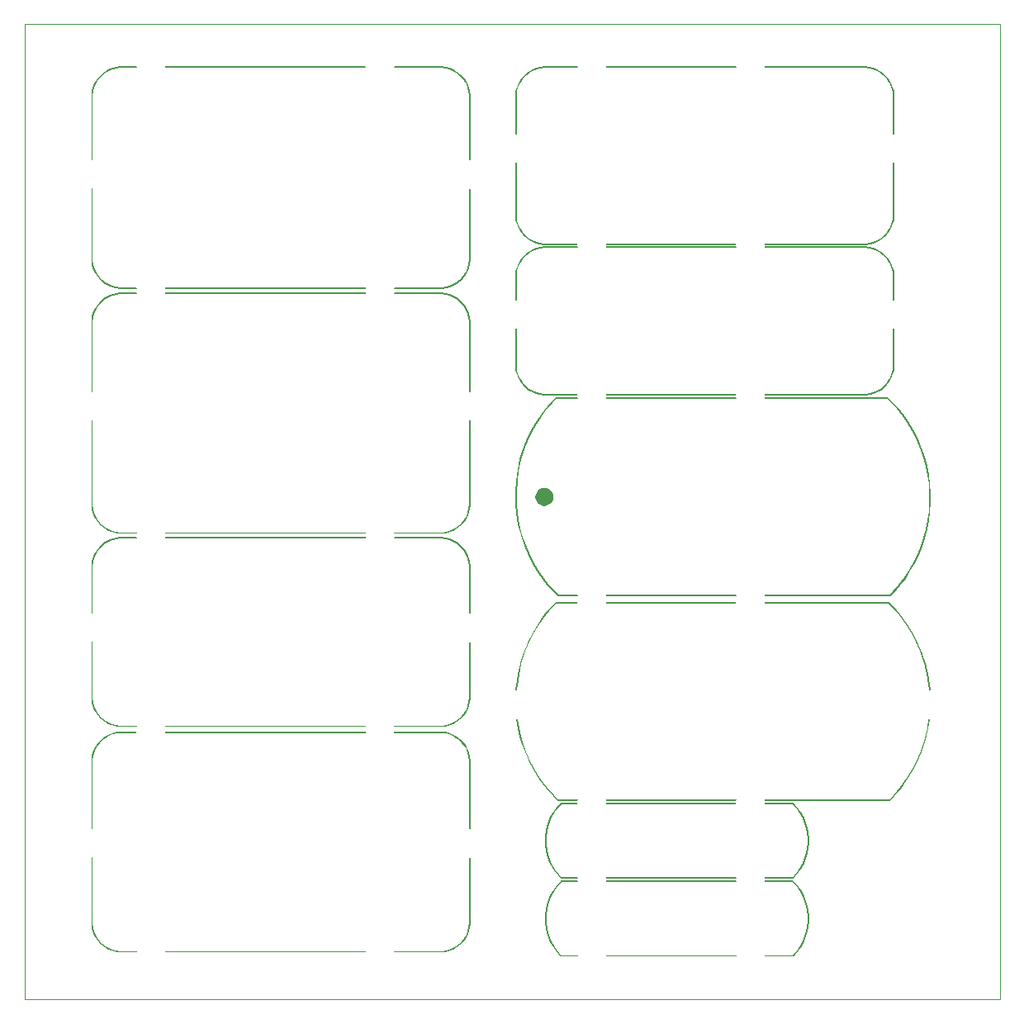
<source format=gbr>
%TF.GenerationSoftware,Altium Limited,Altium Designer,20.0.10 (225)*%
G04 Layer_Color=0*
%FSLAX26Y26*%
%MOIN*%
%TF.FileFunction,Profile,NP*%
%TF.Part,CustomerPanel*%
G01*
G75*
%TA.AperFunction,Profile*%
%ADD29C,0.001000*%
G36*
X2061938Y2028740D02*
Y2025158D01*
X2063336Y2018132D01*
X2066077Y2011513D01*
X2070057Y2005556D01*
X2075123Y2000490D01*
X2081080Y1996510D01*
X2087699Y1993769D01*
X2094725Y1992371D01*
X2098307D01*
X2101889D01*
X2108916Y1993769D01*
X2115534Y1996510D01*
X2121491Y2000490D01*
X2126557Y2005556D01*
X2130537Y2011513D01*
X2133278Y2018132D01*
X2134676Y2025158D01*
Y2028740D01*
Y2032322D01*
X2133278Y2039349D01*
X2130537Y2045967D01*
X2126557Y2051924D01*
X2121491Y2056990D01*
X2115534Y2060970D01*
X2108916Y2063712D01*
X2101889Y2065109D01*
X2098307D01*
X2094725D01*
X2087699Y2063712D01*
X2081080Y2060970D01*
X2075123Y2056990D01*
X2070057Y2051924D01*
X2066077Y2045967D01*
X2063336Y2039349D01*
X2061938Y2032322D01*
Y2028740D01*
D01*
D02*
G37*
G36*
X1980325Y3495000D02*
Y3642008D01*
Y3650144D01*
X1982449Y3666276D01*
X1986660Y3681993D01*
X1992887Y3697025D01*
X2001022Y3711117D01*
X2010928Y3724026D01*
X2022433Y3735531D01*
X2035342Y3745437D01*
X2049434Y3753572D01*
X2064466Y3759799D01*
X2080183Y3764010D01*
X2096315Y3766134D01*
X2104451D01*
D01*
X2230000D01*
X2230600D01*
X2231708Y3765675D01*
X2232556Y3764827D01*
X2233015Y3763719D01*
Y3763119D01*
Y3762519D01*
X2232556Y3761411D01*
X2231708Y3760563D01*
X2230600Y3760104D01*
X2230000D01*
D01*
X2104451D01*
X2096727Y3759851D01*
X2081412Y3757835D01*
X2066490Y3753837D01*
X2052218Y3747925D01*
X2038840Y3740201D01*
X2026585Y3730797D01*
X2015661Y3719874D01*
X2006257Y3707619D01*
X1998534Y3694241D01*
X1992622Y3679969D01*
X1988624Y3665047D01*
X1986608Y3649732D01*
X1986355Y3642008D01*
D01*
Y3495000D01*
Y3493751D01*
X1984589Y3491985D01*
X1982091D01*
X1980325Y3493751D01*
Y3495000D01*
D01*
D02*
G37*
G36*
X2350000Y3760104D02*
X2348751D01*
X2346985Y3761870D01*
Y3764368D01*
X2348751Y3766134D01*
X2350000D01*
D01*
X2870000D01*
X2870600D01*
X2871708Y3765675D01*
X2872556Y3764827D01*
X2873015Y3763719D01*
Y3763119D01*
Y3762519D01*
X2872556Y3761411D01*
X2871708Y3760563D01*
X2870600Y3760104D01*
X2870000D01*
D01*
X2350000D01*
D02*
G37*
G36*
X2990000D02*
X2988751D01*
X2986985Y3761870D01*
Y3764368D01*
X2988751Y3766134D01*
X2990000D01*
D01*
X3387522D01*
X3395657D01*
X3411790Y3764010D01*
X3427506Y3759799D01*
X3442539Y3753572D01*
X3456631Y3745437D01*
X3469539Y3735531D01*
X3481045Y3724026D01*
X3490950Y3711117D01*
X3499086Y3697025D01*
X3505313Y3681993D01*
X3509524Y3666276D01*
X3511648Y3650144D01*
Y3642008D01*
D01*
Y3495000D01*
Y3493751D01*
X3509882Y3491985D01*
X3507384D01*
X3505618Y3493751D01*
Y3495000D01*
D01*
Y3642008D01*
X3505365Y3649732D01*
X3503349Y3665047D01*
X3499351Y3679969D01*
X3493439Y3694241D01*
X3485715Y3707619D01*
X3476311Y3719874D01*
X3465388Y3730797D01*
X3453133Y3740201D01*
X3439755Y3747925D01*
X3425483Y3753837D01*
X3410561Y3757835D01*
X3395246Y3759851D01*
X3387522Y3760104D01*
D01*
X2990000D01*
D02*
G37*
G36*
Y3045441D02*
X2988751D01*
X2986985Y3047207D01*
Y3049705D01*
X2988751Y3051471D01*
X2990000D01*
D01*
X3387522D01*
X3395246Y3051724D01*
X3410561Y3053740D01*
X3425483Y3057738D01*
X3439755Y3063650D01*
X3453133Y3071374D01*
X3465388Y3080778D01*
X3476311Y3091701D01*
X3485715Y3103956D01*
X3493439Y3117334D01*
X3499351Y3131606D01*
X3503349Y3146528D01*
X3505365Y3161843D01*
X3505618Y3169567D01*
D01*
Y3375000D01*
Y3376249D01*
X3507384Y3378015D01*
X3509882D01*
X3511648Y3376249D01*
Y3375000D01*
D01*
Y3169567D01*
Y3161431D01*
X3509524Y3145299D01*
X3505313Y3129582D01*
X3499086Y3114550D01*
X3490950Y3100458D01*
X3481045Y3087549D01*
X3469539Y3076044D01*
X3456631Y3066138D01*
X3442539Y3058003D01*
X3427506Y3051776D01*
X3411790Y3047565D01*
X3395657Y3045441D01*
X3387522D01*
D01*
X2990000D01*
D02*
G37*
G36*
Y3033726D02*
X2988751D01*
X2986985Y3035492D01*
Y3037990D01*
X2988751Y3039756D01*
X2990000D01*
D01*
X3387522D01*
X3395657D01*
X3411790Y3037632D01*
X3427506Y3033421D01*
X3442539Y3027194D01*
X3456631Y3019059D01*
X3469539Y3009153D01*
X3481045Y2997648D01*
X3490950Y2984739D01*
X3499086Y2970647D01*
X3505313Y2955615D01*
X3509524Y2939898D01*
X3511648Y2923766D01*
Y2915630D01*
D01*
Y2825000D01*
Y2823751D01*
X3509882Y2821985D01*
X3507384D01*
X3505618Y2823751D01*
Y2825000D01*
D01*
Y2915630D01*
X3505365Y2923354D01*
X3503349Y2938669D01*
X3499351Y2953591D01*
X3493439Y2967863D01*
X3485715Y2981241D01*
X3476311Y2993496D01*
X3465388Y3004419D01*
X3453133Y3013823D01*
X3439755Y3021547D01*
X3425483Y3027459D01*
X3410561Y3031457D01*
X3395246Y3033473D01*
X3387522Y3033726D01*
D01*
X2990000D01*
D02*
G37*
G36*
X2350000D02*
X2348751D01*
X2346985Y3035492D01*
Y3037990D01*
X2348751Y3039756D01*
X2350000D01*
D01*
X2870000D01*
X2870600D01*
X2871708Y3039297D01*
X2872556Y3038449D01*
X2873015Y3037341D01*
Y3036741D01*
Y3036141D01*
X2872556Y3035033D01*
X2871708Y3034185D01*
X2870600Y3033726D01*
X2870000D01*
D01*
X2350000D01*
D02*
G37*
G36*
Y3045441D02*
X2348751D01*
X2346985Y3047207D01*
Y3049705D01*
X2348751Y3051471D01*
X2350000D01*
D01*
X2870000D01*
X2870600D01*
X2871708Y3051012D01*
X2872556Y3050164D01*
X2873015Y3049055D01*
Y3048456D01*
Y3047856D01*
X2872556Y3046748D01*
X2871708Y3045900D01*
X2870600Y3045441D01*
X2870000D01*
D01*
X2350000D01*
D02*
G37*
G36*
X1980325Y3169567D02*
Y3375000D01*
Y3376249D01*
X1982091Y3378015D01*
X1984589D01*
X1986355Y3376249D01*
Y3375000D01*
D01*
Y3169567D01*
X1986608Y3161843D01*
X1988624Y3146528D01*
X1992622Y3131606D01*
X1998534Y3117334D01*
X2006257Y3103956D01*
X2015661Y3091701D01*
X2026585Y3080778D01*
X2038840Y3071374D01*
X2052218Y3063650D01*
X2066490Y3057738D01*
X2081412Y3053740D01*
X2096727Y3051724D01*
X2104451Y3051471D01*
D01*
X2230000D01*
X2230600D01*
X2231708Y3051012D01*
X2232556Y3050164D01*
X2233015Y3049055D01*
Y3048456D01*
Y3047856D01*
X2232556Y3046748D01*
X2231708Y3045900D01*
X2230600Y3045441D01*
X2230000D01*
D01*
X2104451D01*
X2096315D01*
X2080183Y3047565D01*
X2064466Y3051776D01*
X2049434Y3058003D01*
X2035342Y3066138D01*
X2022433Y3076044D01*
X2010928Y3087549D01*
X2001022Y3100458D01*
X1992887Y3114550D01*
X1986660Y3129582D01*
X1982449Y3145299D01*
X1980325Y3161431D01*
Y3169567D01*
D01*
D02*
G37*
G36*
Y2825000D02*
Y2915630D01*
Y2923766D01*
X1982449Y2939898D01*
X1986660Y2955615D01*
X1992887Y2970647D01*
X2001022Y2984739D01*
X2010928Y2997648D01*
X2022433Y3009153D01*
X2035342Y3019059D01*
X2049434Y3027194D01*
X2064466Y3033421D01*
X2080183Y3037632D01*
X2096315Y3039756D01*
X2104451D01*
D01*
X2230000D01*
X2230600D01*
X2231708Y3039297D01*
X2232556Y3038449D01*
X2233015Y3037341D01*
Y3036741D01*
Y3036141D01*
X2232556Y3035033D01*
X2231708Y3034185D01*
X2230600Y3033726D01*
X2230000D01*
D01*
X2104451D01*
X2096727Y3033473D01*
X2081412Y3031457D01*
X2066490Y3027459D01*
X2052218Y3021547D01*
X2038840Y3013823D01*
X2026585Y3004419D01*
X2015661Y2993496D01*
X2006257Y2981241D01*
X1998534Y2967863D01*
X1992622Y2953591D01*
X1988624Y2938669D01*
X1986608Y2923354D01*
X1986355Y2915630D01*
D01*
Y2825000D01*
Y2823751D01*
X1984589Y2821985D01*
X1982091D01*
X1980325Y2823751D01*
Y2825000D01*
D01*
D02*
G37*
G36*
Y2562717D02*
Y2705000D01*
Y2706249D01*
X1982091Y2708015D01*
X1984589D01*
X1986355Y2706249D01*
Y2705000D01*
D01*
Y2562717D01*
X1986608Y2554993D01*
X1988624Y2539677D01*
X1992622Y2524756D01*
X1998534Y2510484D01*
X2006257Y2497106D01*
X2015661Y2484850D01*
X2026585Y2473927D01*
X2038840Y2464523D01*
X2052218Y2456799D01*
X2066490Y2450888D01*
X2081412Y2446890D01*
X2096727Y2444873D01*
X2104451Y2444620D01*
D01*
X2230000D01*
X2230600D01*
X2231708Y2444161D01*
X2232556Y2443313D01*
X2233015Y2442205D01*
Y2441605D01*
Y2441006D01*
X2232556Y2439898D01*
X2231708Y2439049D01*
X2230600Y2438590D01*
X2230000D01*
D01*
X2104451D01*
X2096315D01*
X2080183Y2440714D01*
X2064466Y2444925D01*
X2049434Y2451152D01*
X2035342Y2459288D01*
X2022433Y2469193D01*
X2010928Y2480699D01*
X2001022Y2493608D01*
X1992887Y2507699D01*
X1986660Y2522732D01*
X1982449Y2538449D01*
X1980325Y2554581D01*
Y2562717D01*
D01*
D02*
G37*
G36*
X2350000Y2438590D02*
X2348751D01*
X2346985Y2440356D01*
Y2442854D01*
X2348751Y2444620D01*
X2350000D01*
D01*
X2870000D01*
X2870600D01*
X2871708Y2444161D01*
X2872556Y2443313D01*
X2873015Y2442205D01*
Y2441605D01*
Y2441006D01*
X2872556Y2439898D01*
X2871708Y2439049D01*
X2870600Y2438590D01*
X2870000D01*
D01*
X2350000D01*
D02*
G37*
G36*
X2990000D02*
X2988751D01*
X2986985Y2440356D01*
Y2442854D01*
X2988751Y2444620D01*
X2990000D01*
D01*
X3387522D01*
X3395246Y2444873D01*
X3410561Y2446890D01*
X3425483Y2450888D01*
X3439755Y2456799D01*
X3453133Y2464523D01*
X3465388Y2473927D01*
X3476311Y2484850D01*
X3485715Y2497106D01*
X3493439Y2510484D01*
X3499351Y2524756D01*
X3503349Y2539677D01*
X3505365Y2554993D01*
X3505618Y2562717D01*
D01*
Y2705000D01*
Y2706249D01*
X3507384Y2708015D01*
X3509882D01*
X3511648Y2706249D01*
Y2705000D01*
D01*
Y2562717D01*
Y2554581D01*
X3509524Y2538449D01*
X3505313Y2522732D01*
X3499086Y2507699D01*
X3490950Y2493608D01*
X3481045Y2480699D01*
X3469539Y2469193D01*
X3456631Y2459288D01*
X3442539Y2451152D01*
X3427506Y2444925D01*
X3411790Y2440714D01*
X3395657Y2438590D01*
X3387522D01*
D01*
X2990000D01*
D02*
G37*
G36*
X2145000Y2423726D02*
X2143751D01*
X2141985Y2425492D01*
Y2427990D01*
X2143751Y2429756D01*
X2145000D01*
D01*
X2230000D01*
X2230600D01*
X2231708Y2429297D01*
X2232556Y2428449D01*
X2233015Y2427341D01*
Y2426741D01*
Y2426141D01*
X2232556Y2425033D01*
X2231708Y2424185D01*
X2230600Y2423726D01*
X2230000D01*
D01*
X2145000D01*
D02*
G37*
G36*
X2350000D02*
X2870000D01*
X2870600D01*
X2871708Y2424185D01*
X2872556Y2425033D01*
X2873015Y2426141D01*
Y2426741D01*
Y2427341D01*
X2872556Y2428449D01*
X2871708Y2429297D01*
X2870600Y2429756D01*
X2870000D01*
D01*
X2350000D01*
X2348751D01*
X2346985Y2427990D01*
Y2425492D01*
X2348751Y2423726D01*
X2350000D01*
D01*
D02*
G37*
G36*
X2990000Y1627724D02*
X2988751D01*
X2986985Y1629490D01*
Y1631988D01*
X2988751Y1633754D01*
X2990000D01*
D01*
X3493577D01*
X3493578Y1633756D01*
X3493582Y1633759D01*
X3493585Y1633762D01*
X3493588Y1633766D01*
X3493590Y1633767D01*
X3505936Y1646846D01*
X3529333Y1674160D01*
X3550924Y1702924D01*
X3570620Y1733018D01*
X3588339Y1764316D01*
X3604006Y1796690D01*
X3617559Y1830004D01*
X3628939Y1864122D01*
X3638101Y1898901D01*
X3645005Y1934198D01*
X3649624Y1969866D01*
X3651938Y2005757D01*
X3652228Y2023740D01*
X3651919Y2042312D01*
X3649451Y2079374D01*
X3644525Y2116189D01*
X3637164Y2152596D01*
X3627400Y2188433D01*
X3615276Y2223542D01*
X3600845Y2257768D01*
X3584172Y2290959D01*
X3565331Y2322970D01*
X3544403Y2353657D01*
X3521483Y2382885D01*
X3496672Y2410526D01*
X3483590Y2423713D01*
X3483589Y2423715D01*
X3483585Y2423718D01*
X3483582Y2423721D01*
X3483579Y2423724D01*
X3483577Y2423726D01*
X3483577D01*
X2990000D01*
X2988751D01*
X2986985Y2425492D01*
Y2427990D01*
X2988751Y2429756D01*
X2990000D01*
D01*
X3483583D01*
X3484166D01*
X3485310Y2429532D01*
X3486389Y2429093D01*
X3487365Y2428455D01*
X3487782Y2428048D01*
D01*
X3487782D01*
Y2428048D01*
D01*
X3487782Y2428048D01*
X3501231Y2414935D01*
X3526327Y2386979D01*
X3549510Y2357418D01*
X3570677Y2326381D01*
X3589735Y2294007D01*
X3606599Y2260437D01*
X3621194Y2225821D01*
X3633457Y2190312D01*
X3643334Y2154066D01*
X3650779Y2117244D01*
X3655761Y2080008D01*
X3658258Y2042524D01*
Y2023740D01*
Y2005553D01*
X3655917Y1969253D01*
X3651245Y1933180D01*
X3644262Y1897482D01*
X3634996Y1862307D01*
X3623485Y1827801D01*
X3609778Y1794108D01*
X3593931Y1761366D01*
X3576010Y1729712D01*
X3556089Y1699277D01*
X3534251Y1670187D01*
X3510587Y1642562D01*
X3497890Y1629540D01*
X3497470Y1629109D01*
X3496475Y1628431D01*
X3495365Y1627963D01*
X3494185Y1627724D01*
X3493583D01*
D01*
X2990000D01*
D02*
G37*
G36*
D02*
X2988751D01*
X2986985Y1629490D01*
Y1631988D01*
X2988751Y1633754D01*
X2990000D01*
D01*
X3493583D01*
X3494182D01*
X3495290Y1633295D01*
X3496139Y1632447D01*
X3496598Y1631339D01*
Y1630739D01*
Y1630139D01*
X3496139Y1629031D01*
X3495290Y1628183D01*
X3494182Y1627724D01*
X3493583D01*
D01*
X2990000D01*
D02*
G37*
G36*
X2350000D02*
X2348751D01*
X2346985Y1629490D01*
Y1631988D01*
X2348751Y1633754D01*
X2350000D01*
D01*
X2870000D01*
X2870600D01*
X2871708Y1633295D01*
X2872556Y1632447D01*
X2873015Y1631339D01*
Y1630739D01*
Y1630139D01*
X2872556Y1629031D01*
X2871708Y1628183D01*
X2870600Y1627724D01*
X2870000D01*
D01*
X2350000D01*
D02*
G37*
G36*
X2155000D02*
X2153751D01*
X2151985Y1629490D01*
Y1631988D01*
X2153751Y1633754D01*
X2155000D01*
D01*
X2230000D01*
X2230600D01*
X2231708Y1633295D01*
X2232556Y1632447D01*
X2233015Y1631339D01*
Y1630739D01*
Y1630139D01*
X2232556Y1629031D01*
X2231708Y1628183D01*
X2230600Y1627724D01*
X2230000D01*
D01*
X2155000D01*
D02*
G37*
G36*
X1982157Y1250215D02*
X1982067Y1248970D01*
X1983703Y1247082D01*
X1986194Y1246903D01*
X1988082Y1248539D01*
X1988171Y1249784D01*
X1988171D01*
X1989491Y1268197D01*
Y1268199D01*
X1989491Y1268199D01*
Y1268199D01*
Y1268200D01*
X1989491Y1268200D01*
Y1268201D01*
X1989491Y1268202D01*
X1989491Y1268204D01*
X1989491Y1268206D01*
X1989492Y1268209D01*
Y1268210D01*
Y1268210D01*
X1989492Y1268210D01*
Y1268210D01*
Y1268210D01*
Y1268211D01*
X1989492Y1268211D01*
X1989492Y1268211D01*
X1989492Y1268213D01*
X1989492Y1268214D01*
X1989492Y1268216D01*
X1989493Y1268216D01*
Y1268216D01*
X1996056Y1311622D01*
X1996057Y1311627D01*
Y1311627D01*
X1996059Y1311635D01*
X1996060Y1311638D01*
X1996061Y1311643D01*
X1996062Y1311648D01*
X1996063Y1311652D01*
X1996063Y1311655D01*
X1996064Y1311655D01*
X2006003Y1354370D01*
X2006004Y1354372D01*
X2006004Y1354375D01*
X2006005Y1354379D01*
X2006006Y1354382D01*
X2006006Y1354384D01*
X2006006Y1354385D01*
X2006007Y1354386D01*
X2006007Y1354388D01*
X2006008Y1354389D01*
X2006008Y1354390D01*
X2006008Y1354390D01*
X2006008Y1354391D01*
X2006008Y1354393D01*
X2006009Y1354394D01*
X2006009Y1354395D01*
Y1354395D01*
X2006009Y1354395D01*
X2006009Y1354396D01*
X2006009Y1354396D01*
Y1354397D01*
X2006009D01*
X2006010Y1354397D01*
X2006010Y1354399D01*
X2006010Y1354400D01*
X2006011Y1354401D01*
X2006011Y1354402D01*
X2006011Y1354403D01*
X2006012Y1354405D01*
X2006012Y1354406D01*
X2006013Y1354408D01*
X2006013Y1354409D01*
D01*
X2006013D01*
X2019283Y1396241D01*
D01*
X2019283Y1396241D01*
D01*
Y1396242D01*
X2019283Y1396242D01*
X2019283Y1396244D01*
X2019284Y1396245D01*
X2019284Y1396247D01*
X2019285Y1396248D01*
X2019285Y1396248D01*
X2019285Y1396250D01*
X2019286Y1396251D01*
X2019286Y1396252D01*
X2019286Y1396253D01*
X2019286Y1396253D01*
Y1396253D01*
Y1396253D01*
X2019286Y1396253D01*
Y1396254D01*
Y1396253D01*
X2019286Y1396253D01*
X2019286Y1396253D01*
X2019286Y1396253D01*
Y1396253D01*
Y1396253D01*
X2019286Y1396253D01*
X2019286Y1396253D01*
X2019286Y1396253D01*
Y1396254D01*
Y1396254D01*
Y1396253D01*
D01*
Y1396254D01*
X2019287Y1396254D01*
Y1396254D01*
X2019287Y1396255D01*
X2019287Y1396256D01*
X2019288Y1396257D01*
X2019288Y1396259D01*
X2019288Y1396259D01*
X2019289Y1396261D01*
X2019290Y1396264D01*
X2019291Y1396267D01*
X2019292Y1396271D01*
X2019292Y1396272D01*
Y1396272D01*
X2019292Y1396271D01*
X2019291Y1396267D01*
X2019290Y1396264D01*
X2019289Y1396261D01*
X2019288Y1396259D01*
X2019288Y1396259D01*
X2019288Y1396257D01*
X2019287Y1396256D01*
X2019287Y1396255D01*
X2019287Y1396254D01*
X2019287Y1396255D01*
X2019287Y1396256D01*
X2019288Y1396257D01*
X2019289Y1396259D01*
X2019289Y1396259D01*
Y1396259D01*
X2019294Y1396272D01*
X2019294Y1396271D01*
X2019293Y1396269D01*
X2019292Y1396268D01*
X2019292Y1396266D01*
X2019291Y1396265D01*
X2019292Y1396266D01*
X2019292Y1396268D01*
X2019293Y1396269D01*
X2019293Y1396271D01*
X2019294Y1396272D01*
Y1396272D01*
X2019291Y1396265D01*
Y1396265D01*
X2019291Y1396265D01*
X2019291Y1396265D01*
Y1396265D01*
D01*
X2035802Y1436927D01*
X2035802Y1436928D01*
X2035803Y1436929D01*
X2035803Y1436931D01*
X2035804Y1436933D01*
X2035804Y1436933D01*
X2035804Y1436934D01*
X2035805Y1436936D01*
X2035806Y1436937D01*
X2035806Y1436938D01*
X2035806Y1436939D01*
Y1436939D01*
D01*
D01*
Y1436939D01*
X2035807D01*
Y1436939D01*
X2055468Y1476203D01*
Y1476203D01*
X2055468D01*
Y1476203D01*
Y1476203D01*
X2055468D01*
X2055468Y1476203D01*
X2055468Y1476203D01*
X2078148Y1513802D01*
X2078152Y1513807D01*
X2078153Y1513808D01*
X2078154Y1513810D01*
X2078156Y1513812D01*
X2078157Y1513814D01*
X2078158Y1513815D01*
X2078158D01*
X2103696Y1549487D01*
X2103705Y1549500D01*
X2103706Y1549501D01*
X2103707Y1549503D01*
X2103709Y1549505D01*
X2103710Y1549507D01*
X2103711Y1549508D01*
D01*
X2131994Y1583096D01*
X2131995Y1583097D01*
X2131996Y1583099D01*
X2131997Y1583100D01*
X2131999Y1583101D01*
X2131999Y1583102D01*
X2132000Y1583103D01*
X2132001Y1583104D01*
X2132003Y1583105D01*
X2132004Y1583107D01*
X2132005Y1583107D01*
X2132005Y1583108D01*
X2132007Y1583109D01*
X2132008Y1583111D01*
X2132009Y1583112D01*
X2132010Y1583113D01*
X2132010Y1583113D01*
X2132012Y1583114D01*
X2132013Y1583116D01*
X2132014Y1583117D01*
X2132014Y1583117D01*
Y1583117D01*
X2147390Y1598710D01*
X2147392Y1598712D01*
X2147396Y1598716D01*
X2147400Y1598720D01*
X2147404Y1598724D01*
X2147406Y1598726D01*
Y1598726D01*
X2147406Y1598726D01*
X2230000D01*
X2230600D01*
X2231708Y1599185D01*
X2232556Y1600034D01*
X2233015Y1601142D01*
Y1601741D01*
Y1602341D01*
X2232556Y1603449D01*
X2231708Y1604297D01*
X2230600Y1604756D01*
X2230000D01*
D01*
X2147401D01*
X2146802D01*
X2145627Y1604520D01*
X2144523Y1604057D01*
X2143531Y1603386D01*
X2143111Y1602959D01*
X2143110Y1602957D01*
X2143107Y1602955D01*
X2143105Y1602952D01*
X2143102Y1602950D01*
X2143101Y1602948D01*
X2143100Y1602948D01*
X2143099Y1602947D01*
X2143098Y1602945D01*
X2143097Y1602944D01*
X2143096Y1602943D01*
D01*
X2143097Y1602944D01*
X2143102Y1602949D01*
X2143103Y1602951D01*
X2143106Y1602953D01*
X2143108Y1602955D01*
X2143110Y1602958D01*
X2143111Y1602959D01*
X2143112Y1602959D01*
X2143113Y1602961D01*
X2143115Y1602962D01*
X2143116Y1602964D01*
X2143117Y1602964D01*
Y1602965D01*
X2143111Y1602959D01*
X2143111Y1602958D01*
X2143110Y1602957D01*
X2143108Y1602956D01*
X2143107Y1602955D01*
X2143106Y1602954D01*
X2143107D01*
X2143105Y1602953D01*
X2143111Y1602959D01*
X2143105Y1602953D01*
X2143102Y1602949D01*
X2143102Y1602949D01*
X2143102Y1602949D01*
X2143102Y1602949D01*
X2143101Y1602948D01*
X2143101Y1602948D01*
X2143101D01*
X2143105Y1602953D01*
X2143101Y1602948D01*
X2143100Y1602948D01*
X2143099Y1602947D01*
X2143098Y1602945D01*
X2143097Y1602944D01*
X2143096Y1602944D01*
X2143097D01*
X2127721Y1587351D01*
X2127721D01*
Y1587351D01*
X2127721D01*
Y1587351D01*
X2127721Y1587351D01*
X2127720Y1587351D01*
X2127718Y1587349D01*
X2127717Y1587347D01*
X2127715Y1587345D01*
X2127714Y1587344D01*
Y1587344D01*
X2127721Y1587351D01*
X2127719Y1587349D01*
X2127715Y1587345D01*
X2127711Y1587341D01*
X2127707Y1587337D01*
X2127705Y1587335D01*
X2127706Y1587336D01*
X2127709Y1587339D01*
X2127711Y1587341D01*
X2127713Y1587343D01*
X2127714Y1587344D01*
Y1587344D01*
X2127711Y1587341D01*
X2127710Y1587340D01*
X2127709Y1587339D01*
X2127707Y1587337D01*
X2127706Y1587336D01*
X2127705Y1587335D01*
X2127704Y1587335D01*
X2127703Y1587333D01*
X2127702Y1587332D01*
X2127701Y1587331D01*
X2127700Y1587330D01*
Y1587331D01*
X2127705Y1587335D01*
X2127704Y1587334D01*
X2127701Y1587331D01*
X2127699Y1587329D01*
X2127696Y1587326D01*
X2127695Y1587325D01*
X2127654Y1587283D01*
X2127574Y1587199D01*
X2127496Y1587113D01*
X2127419Y1587026D01*
X2127382Y1586981D01*
X2127382Y1586981D01*
X2127382D01*
X2099097Y1553391D01*
X2099060Y1553347D01*
X2098987Y1553257D01*
X2098916Y1553166D01*
X2098847Y1553073D01*
X2098813Y1553026D01*
X2098814D01*
X2098804Y1553013D01*
X2098805Y1553015D01*
X2098808Y1553018D01*
X2098810Y1553022D01*
X2098812Y1553025D01*
X2098814Y1553026D01*
X2098812Y1553025D01*
X2098810Y1553022D01*
X2098808Y1553018D01*
X2098805Y1553015D01*
X2098804Y1553013D01*
X2098805Y1553014D01*
X2098805Y1553015D01*
X2098806Y1553016D01*
X2098807Y1553018D01*
X2098808Y1553018D01*
X2098808Y1553018D01*
X2098804Y1553013D01*
X2098803Y1553012D01*
X2098802Y1553010D01*
X2098800Y1553008D01*
X2098799Y1553006D01*
X2098798Y1553005D01*
X2098799Y1553006D01*
X2098800Y1553008D01*
X2098802Y1553010D01*
X2098803Y1553012D01*
X2098804Y1553013D01*
X2098803Y1553012D01*
X2098802Y1553010D01*
X2098801Y1553008D01*
X2098799Y1553006D01*
X2098798Y1553005D01*
X2098798D01*
X2098797Y1553004D01*
X2098795Y1553001D01*
X2098793Y1552997D01*
X2098790Y1552994D01*
X2098789Y1552992D01*
Y1552992D01*
X2098790Y1552994D01*
X2098793Y1552997D01*
X2098795Y1553000D01*
X2098797Y1553004D01*
X2098798Y1553005D01*
Y1553005D01*
X2073260Y1517333D01*
X2073261Y1517334D01*
X2073261Y1517334D01*
X2073262Y1517335D01*
X2073263Y1517337D01*
X2073264Y1517338D01*
X2073264Y1517338D01*
X2073264Y1517339D01*
X2073261Y1517333D01*
X2073260Y1517333D01*
X2073259Y1517331D01*
X2073258Y1517329D01*
X2073256Y1517328D01*
X2073256Y1517327D01*
Y1517327D01*
X2073260Y1517333D01*
X2073251Y1517321D01*
X2073252Y1517321D01*
X2073253Y1517322D01*
X2073254Y1517324D01*
X2073254Y1517325D01*
X2073255Y1517325D01*
Y1517325D01*
X2073256Y1517327D01*
X2073255Y1517326D01*
X2073254Y1517325D01*
X2073253Y1517323D01*
X2073252Y1517321D01*
X2073251Y1517321D01*
X2073253Y1517322D01*
X2073255Y1517325D01*
X2073257Y1517329D01*
X2073260Y1517332D01*
X2073261Y1517334D01*
X2073261D01*
X2073251Y1517321D01*
X2073216Y1517272D01*
X2073148Y1517172D01*
X2073081Y1517072D01*
X2073017Y1516970D01*
X2072986Y1516918D01*
X2072986D01*
X2072986D01*
X2050304Y1479317D01*
X2050273Y1479266D01*
X2050215Y1479164D01*
X2050157Y1479060D01*
X2050102Y1478956D01*
X2050076Y1478903D01*
Y1478903D01*
X2030414Y1439638D01*
X2030387Y1439584D01*
X2030336Y1439476D01*
X2030286Y1439367D01*
X2030239Y1439256D01*
X2030217Y1439201D01*
X2030216Y1439199D01*
X2030215Y1439196D01*
X2030214Y1439193D01*
X2030212Y1439190D01*
X2030212Y1439188D01*
X2030212Y1439188D01*
X2030211Y1439187D01*
X2030211Y1439186D01*
X2030210Y1439185D01*
X2030210Y1439184D01*
X2030210Y1439184D01*
X2030215Y1439195D01*
X2030215Y1439196D01*
X2030215Y1439197D01*
X2030216Y1439199D01*
X2030217Y1439200D01*
X2030217Y1439201D01*
X2030217Y1439202D01*
X2030218Y1439203D01*
X2030218Y1439205D01*
X2030219Y1439207D01*
X2030220Y1439208D01*
Y1439208D01*
X2030217Y1439201D01*
X2030217Y1439200D01*
X2030216Y1439199D01*
X2030216Y1439198D01*
X2030215Y1439197D01*
X2030215Y1439197D01*
Y1439197D01*
X2030215Y1439195D01*
X2030215Y1439197D01*
X2030215Y1439196D01*
X2030214Y1439194D01*
X2030213Y1439191D01*
X2030212Y1439189D01*
X2030212Y1439188D01*
X2030212D01*
X2030217Y1439201D01*
X2030210Y1439184D01*
Y1439184D01*
X2030210Y1439184D01*
X2030210Y1439183D01*
X2030209Y1439183D01*
Y1439183D01*
Y1439183D01*
X2030210Y1439184D01*
X2013704Y1398533D01*
X2013705Y1398535D01*
X2013706Y1398538D01*
X2013707Y1398541D01*
X2013709Y1398544D01*
X2013709Y1398546D01*
X2013709Y1398544D01*
X2013707Y1398541D01*
X2013706Y1398538D01*
X2013705Y1398535D01*
X2013704Y1398533D01*
X2013704Y1398533D01*
X2013703Y1398531D01*
X2013702Y1398529D01*
X2013702Y1398527D01*
X2013701Y1398527D01*
X2013702Y1398527D01*
X2013702Y1398529D01*
X2013703Y1398531D01*
X2013704Y1398533D01*
X2013704Y1398533D01*
Y1398534D01*
X2013704Y1398533D01*
X2013703Y1398531D01*
X2013703Y1398529D01*
X2013702Y1398527D01*
X2013701Y1398527D01*
X2013701Y1398525D01*
X2013699Y1398522D01*
X2013698Y1398519D01*
X2013697Y1398516D01*
X2013696Y1398514D01*
X2013697D01*
X2013701Y1398527D01*
X2013701Y1398526D01*
X2013701Y1398524D01*
X2013700Y1398523D01*
X2013699Y1398522D01*
X2013699Y1398521D01*
Y1398521D01*
X2013701Y1398527D01*
X2013701Y1398525D01*
X2013699Y1398522D01*
X2013698Y1398519D01*
X2013697Y1398516D01*
X2013696Y1398514D01*
X2013675Y1398460D01*
X2013633Y1398352D01*
X2013594Y1398242D01*
X2013556Y1398132D01*
X2013539Y1398076D01*
X2013539D01*
Y1398077D01*
Y1398077D01*
X2013539D01*
Y1398077D01*
D01*
X2013539Y1398076D01*
X2013538Y1398076D01*
X2013538Y1398074D01*
X2013537Y1398073D01*
X2013537Y1398071D01*
X2013537Y1398070D01*
X2013537Y1398071D01*
X2013537Y1398073D01*
X2013538Y1398074D01*
X2013538Y1398076D01*
X2013539Y1398076D01*
X2013538Y1398075D01*
X2013537Y1398072D01*
X2013536Y1398069D01*
X2013535Y1398066D01*
X2013535Y1398064D01*
X2013535D01*
Y1398064D01*
X2013535Y1398065D01*
X2013536Y1398067D01*
X2013536Y1398068D01*
X2013536Y1398070D01*
X2013537Y1398070D01*
X2013536Y1398070D01*
X2013536Y1398068D01*
X2013536Y1398067D01*
X2013535Y1398065D01*
X2013535Y1398064D01*
D01*
Y1398064D01*
X2013535Y1398064D01*
D01*
D01*
X2013539Y1398076D01*
X2013535Y1398064D01*
D01*
Y1398064D01*
D01*
D01*
X2013534Y1398063D01*
X2013533Y1398060D01*
X2013532Y1398057D01*
X2013531Y1398054D01*
X2013531Y1398052D01*
D01*
X2013535Y1398064D01*
X2000268Y1356241D01*
X2000268Y1356241D01*
X2000269Y1356242D01*
X2000269Y1356243D01*
X2000269Y1356244D01*
X2000269Y1356244D01*
Y1356244D01*
X2000268Y1356241D01*
X2000268Y1356240D01*
X2000268Y1356240D01*
X2000268Y1356239D01*
X2000267Y1356238D01*
X2000267Y1356238D01*
X2000267Y1356236D01*
X2000266Y1356234D01*
X2000265Y1356230D01*
X2000264Y1356227D01*
X2000264Y1356226D01*
X2000245Y1356169D01*
X2000211Y1356055D01*
X2000180Y1355940D01*
X2000150Y1355825D01*
X2000137Y1355767D01*
X2000137Y1355765D01*
X2000136Y1355763D01*
X2000136Y1355760D01*
X2000135Y1355757D01*
X2000134Y1355756D01*
X2000135Y1355757D01*
X2000136Y1355760D01*
X2000136Y1355763D01*
X2000137Y1355765D01*
X2000137Y1355766D01*
Y1355767D01*
X2000134Y1355756D01*
X2000135Y1355757D01*
X2000135Y1355759D01*
X2000136Y1355761D01*
X2000136Y1355763D01*
X2000136Y1355764D01*
Y1355764D01*
X2000134Y1355756D01*
X2000134Y1355755D01*
X2000134Y1355753D01*
X2000134Y1355752D01*
X2000133Y1355750D01*
X2000133Y1355749D01*
D01*
X2000134Y1355753D01*
X2000134Y1355756D01*
X2000134Y1355754D01*
X2000133Y1355751D01*
X2000133Y1355747D01*
X2000132Y1355744D01*
X2000131Y1355742D01*
X2000131D01*
X2000132Y1355744D01*
X2000133Y1355747D01*
X2000133Y1355751D01*
X2000134Y1355754D01*
X2000134Y1355756D01*
X2000135D01*
X2000133Y1355749D01*
X2000130Y1355736D01*
X2000130Y1355737D01*
X2000131Y1355739D01*
X2000131Y1355740D01*
X2000131Y1355742D01*
X2000131Y1355742D01*
X2000131Y1355743D01*
X2000130Y1355736D01*
X1990191Y1313021D01*
X1990188Y1313012D01*
X1990188Y1313012D01*
X1990188Y1313010D01*
X1990188Y1313009D01*
X1990187Y1313008D01*
X1990187Y1313007D01*
X1990188Y1313008D01*
X1990188Y1313010D01*
X1990188Y1313012D01*
X1990189Y1313014D01*
X1990189Y1313015D01*
X1990189Y1313015D01*
X1990188Y1313012D01*
X1990187Y1313005D01*
X1990186Y1313004D01*
X1990186Y1313002D01*
X1990185Y1313000D01*
X1990185Y1312998D01*
X1990185Y1312997D01*
X1990185D01*
X1990187Y1313007D01*
X1990188Y1313009D01*
X1990188Y1313013D01*
X1990189Y1313016D01*
X1990190Y1313020D01*
X1990190Y1313021D01*
X1990191D01*
X1990187Y1313007D01*
X1990187Y1313006D01*
X1990186Y1313003D01*
X1990186Y1313001D01*
X1990185Y1312998D01*
X1990185Y1312997D01*
X1990185Y1312998D01*
X1990186Y1313001D01*
X1990186Y1313003D01*
X1990187Y1313006D01*
X1990187Y1313007D01*
Y1313007D01*
X1990185Y1312997D01*
Y1312996D01*
X1990185Y1312996D01*
X1990184Y1312995D01*
X1990184Y1312994D01*
X1990184Y1312994D01*
Y1312994D01*
X1990185Y1312997D01*
X1990171Y1312939D01*
X1990147Y1312823D01*
X1990124Y1312706D01*
X1990104Y1312589D01*
X1990095Y1312530D01*
X1990095Y1312529D01*
X1990095Y1312527D01*
X1990094Y1312526D01*
X1990094Y1312524D01*
X1990094Y1312523D01*
X1990094D01*
X1990095Y1312530D01*
X1990094Y1312523D01*
X1983530Y1269118D01*
X1983529Y1269111D01*
X1983529Y1269112D01*
X1983530Y1269114D01*
X1983530Y1269115D01*
X1983530Y1269117D01*
X1983530Y1269118D01*
Y1269118D01*
X1983529Y1269111D01*
X1983521Y1269054D01*
X1983505Y1268939D01*
X1983493Y1268824D01*
X1983482Y1268709D01*
X1983478Y1268651D01*
Y1268652D01*
X1983477Y1268639D01*
X1983477Y1268641D01*
X1983477Y1268644D01*
X1983477Y1268647D01*
X1983478Y1268650D01*
X1983478Y1268651D01*
Y1268652D01*
X1983478Y1268650D01*
X1983477Y1268647D01*
X1983477Y1268644D01*
X1983477Y1268641D01*
X1983477Y1268639D01*
X1983477Y1268638D01*
X1983477Y1268636D01*
X1983476Y1268633D01*
X1983476Y1268631D01*
X1983476Y1268630D01*
X1983476Y1268631D01*
X1983476Y1268633D01*
X1983477Y1268636D01*
X1983477Y1268638D01*
X1983477Y1268639D01*
Y1268640D01*
Y1268640D01*
X1983477Y1268640D01*
Y1268641D01*
Y1268641D01*
X1983477Y1268642D01*
D01*
X1983477Y1268639D01*
X1983477Y1268638D01*
X1983477Y1268636D01*
X1983476Y1268633D01*
X1983476Y1268631D01*
X1983476Y1268630D01*
X1983476Y1268630D01*
X1983476Y1268628D01*
X1983476Y1268625D01*
X1983476Y1268622D01*
X1983475Y1268619D01*
X1983475Y1268618D01*
X1983476Y1268619D01*
X1983476Y1268622D01*
X1983476Y1268625D01*
X1983476Y1268628D01*
X1983476Y1268630D01*
Y1268630D01*
X1982157Y1250215D01*
D02*
G37*
G36*
X2350000Y1598726D02*
X2348751D01*
X2346985Y1600493D01*
Y1602990D01*
X2348751Y1604756D01*
X2350000D01*
D01*
X2870000Y1604756D01*
X2870600D01*
X2871708Y1604297D01*
X2872556Y1603449D01*
X2873015Y1602341D01*
Y1601741D01*
Y1601141D01*
X2872556Y1600033D01*
X2871708Y1599185D01*
X2870600Y1598726D01*
X2870000D01*
D01*
X2350000Y1598726D01*
D02*
G37*
G36*
X2990000Y1598726D02*
X3485970Y1598726D01*
X3485971Y1598725D01*
X3485972Y1598724D01*
X3485974Y1598722D01*
X3485976Y1598721D01*
X3485977Y1598720D01*
D01*
X3501589Y1583324D01*
X3502238Y1582684D01*
X3504029Y1582338D01*
X3505711Y1583041D01*
X3506721Y1584559D01*
Y1585471D01*
Y1585770D01*
X3506603Y1586358D01*
X3506372Y1586911D01*
X3506037Y1587407D01*
X3505823Y1587618D01*
X3505823Y1587618D01*
X3490210Y1603013D01*
X3490001Y1603220D01*
X3489512Y1603543D01*
X3488969Y1603767D01*
X3488393Y1603881D01*
X3488099Y1603882D01*
X3488099Y1603882D01*
X3487889Y1604090D01*
X3487397Y1604417D01*
X3486851Y1604641D01*
X3486271Y1604756D01*
X3485976D01*
D01*
X2990000Y1604756D01*
X2988751D01*
X2986985Y1602990D01*
Y1600492D01*
X2988751Y1598726D01*
X2990000D01*
D01*
D02*
G37*
G36*
X3501599Y1583314D02*
X3530351Y1550123D01*
X3530969Y1549410D01*
X3532798Y1548943D01*
X3534568Y1549602D01*
X3535645Y1551153D01*
Y1552097D01*
Y1552367D01*
X3535549Y1552898D01*
X3535360Y1553403D01*
X3535085Y1553868D01*
X3534909Y1554071D01*
X3534909Y1554072D01*
X3506157Y1587263D01*
X3505339Y1588207D01*
X3502848Y1588385D01*
X3500960Y1586750D01*
X3500781Y1584258D01*
X3501599Y1583314D01*
D01*
D02*
G37*
G36*
X3530350Y1550124D02*
X3556409Y1514780D01*
X3556989Y1513993D01*
X3558850Y1513399D01*
X3560706Y1514010D01*
X3561851Y1515592D01*
Y1516569D01*
Y1516809D01*
X3561775Y1517283D01*
X3561625Y1517738D01*
X3561405Y1518165D01*
X3561263Y1518358D01*
D01*
X3535204Y1553703D01*
X3534462Y1554708D01*
X3531993Y1555081D01*
X3529983Y1553599D01*
X3529609Y1551129D01*
X3530350Y1550124D01*
X3530350Y1550124D01*
D02*
G37*
G36*
X3556415Y1514770D02*
X3579608Y1477510D01*
X3580141Y1476653D01*
X3582025Y1475927D01*
X3583967Y1476482D01*
X3585182Y1478094D01*
Y1479104D01*
Y1479314D01*
X3585124Y1479730D01*
X3585008Y1480134D01*
X3584838Y1480519D01*
X3584727Y1480697D01*
D01*
X3561534Y1517957D01*
X3560874Y1519017D01*
X3558441Y1519583D01*
X3556321Y1518263D01*
X3555755Y1515830D01*
X3556415Y1514770D01*
X3556415Y1514770D01*
D02*
G37*
G36*
X3599819Y1438523D02*
X3579617Y1477494D01*
X3579043Y1478602D01*
X3579798Y1480983D01*
X3582015Y1482133D01*
X3584396Y1481378D01*
X3584971Y1480269D01*
X3584971D01*
X3584971D01*
X3605173Y1441298D01*
X3605256Y1441137D01*
X3605382Y1440799D01*
X3605468Y1440449D01*
X3605511Y1440091D01*
Y1439910D01*
Y1438868D01*
X3604223Y1437228D01*
X3602197Y1436734D01*
X3600299Y1437597D01*
X3599819Y1438523D01*
X3599819Y1438523D01*
D02*
G37*
G36*
X3616910Y1398065D02*
X3599822Y1438516D01*
X3599336Y1439667D01*
X3600276Y1441981D01*
X3602577Y1442953D01*
X3604891Y1442013D01*
X3605377Y1440862D01*
X3605377Y1440863D01*
X3622465Y1400411D01*
X3622524Y1400272D01*
X3622613Y1399984D01*
X3622673Y1399689D01*
X3622703Y1399389D01*
Y1399238D01*
Y1398162D01*
X3621341Y1396496D01*
X3619232Y1396069D01*
X3617329Y1397074D01*
X3616910Y1398065D01*
D01*
D02*
G37*
G36*
X3579614Y1477501D02*
Y1477501D01*
X3579614Y1477501D01*
X3579614Y1477501D01*
X3579614Y1477501D01*
X3579614Y1477501D01*
D02*
G37*
G36*
X3630772Y1356398D02*
X3616910Y1398066D01*
X3616516Y1399251D01*
X3617634Y1401484D01*
X3620004Y1402272D01*
X3622238Y1401154D01*
X3622632Y1399969D01*
D01*
X3636493Y1358302D01*
X3636531Y1358187D01*
X3636589Y1357951D01*
X3636628Y1357712D01*
X3636647Y1357471D01*
Y1357350D01*
Y1356241D01*
X3635209Y1354551D01*
X3633019Y1354196D01*
X3631122Y1355346D01*
X3630771Y1356398D01*
X3630772Y1356398D01*
D02*
G37*
G36*
X3641320Y1313775D02*
X3630772Y1356396D01*
X3630472Y1357609D01*
X3631762Y1359747D01*
X3634186Y1360348D01*
X3636325Y1359057D01*
X3636625Y1357845D01*
D01*
X3647174Y1315224D01*
X3647195Y1315135D01*
X3647229Y1314955D01*
X3647251Y1314774D01*
X3647262Y1314591D01*
Y1314500D01*
Y1313357D01*
X3645746Y1311645D01*
X3643477Y1311369D01*
X3641595Y1312666D01*
X3641320Y1313775D01*
X3641320Y1313775D01*
D02*
G37*
G36*
X3648493Y1270451D02*
X3641321Y1313774D01*
X3641117Y1315006D01*
X3642571Y1317037D01*
X3645035Y1317445D01*
X3647066Y1315991D01*
X3647270Y1314759D01*
D01*
X3654442Y1271436D01*
X3654452Y1271375D01*
X3654468Y1271252D01*
X3654478Y1271129D01*
X3654483Y1271005D01*
Y1270943D01*
Y1269766D01*
X3652888Y1268035D01*
X3650542Y1267842D01*
X3648686Y1269290D01*
X3648493Y1270451D01*
X3648493Y1270451D01*
D02*
G37*
G36*
X3650269Y1249742D02*
X3648494Y1270439D01*
X3648387Y1271684D01*
X3649996Y1273594D01*
X3652485Y1273807D01*
X3654395Y1272199D01*
X3654502Y1270954D01*
X3654502Y1270955D01*
X3656277Y1250257D01*
X3656280Y1250225D01*
X3656284Y1250161D01*
X3656286Y1250097D01*
X3656288Y1250032D01*
Y1250000D01*
Y1248789D01*
X3654612Y1247040D01*
X3652191Y1246936D01*
X3650372Y1248535D01*
X3650269Y1249742D01*
D01*
D02*
G37*
G36*
X3641321Y1313773D02*
X3641321Y1313773D01*
X3641320Y1313774D01*
X3641320Y1313774D01*
X3641320Y1313775D01*
X3641320Y1313775D01*
X3641321Y1313773D01*
D02*
G37*
G36*
X2103701Y853498D02*
X2103718Y853474D01*
X2103754Y853427D01*
X2103791Y853381D01*
X2103829Y853336D01*
X2103848Y853313D01*
X2103866Y853289D01*
X2103902Y853243D01*
X2103939Y853197D01*
X2103976Y853151D01*
X2103996Y853129D01*
D01*
X2132747Y819938D01*
X2132768Y819914D01*
X2132810Y819868D01*
X2132853Y819822D01*
X2132897Y819777D01*
X2132920Y819755D01*
X2132939Y819733D01*
X2132979Y819689D01*
X2133019Y819646D01*
X2133060Y819604D01*
X2133081Y819583D01*
D01*
X2148694Y804187D01*
X2149343Y803547D01*
X2151133Y803201D01*
X2152815Y803904D01*
X2153826Y805422D01*
Y806334D01*
Y806634D01*
X2153708Y807221D01*
X2153477Y807774D01*
X2153141Y808270D01*
X2152928Y808481D01*
X2152928Y808481D01*
X2137315Y823877D01*
X2137314Y823878D01*
X2137311Y823880D01*
X2137309Y823883D01*
X2137306Y823885D01*
X2137305Y823887D01*
Y823887D01*
X2137305Y823886D01*
X2137305Y823887D01*
X2108553Y857077D01*
D01*
Y857077D01*
D01*
X2108553D01*
X2108553Y857077D01*
X2108554Y857077D01*
X2108553Y857077D01*
X2082495Y892421D01*
X2081754Y893426D01*
X2079284Y893800D01*
X2077274Y892317D01*
X2076900Y889848D01*
X2077642Y888843D01*
X2077642Y888843D01*
X2103701Y853498D01*
D02*
G37*
G36*
X2033732Y965903D02*
X2033718Y965929D01*
X2033692Y965982D01*
X2033667Y966036D01*
X2033643Y966090D01*
X2033631Y966117D01*
Y966117D01*
X2033617Y966144D01*
X2033590Y966199D01*
X2033564Y966254D01*
X2033539Y966310D01*
X2033527Y966338D01*
D01*
X2016439Y1006790D01*
X2015953Y1007940D01*
X2016893Y1010254D01*
X2019194Y1011226D01*
X2021508Y1010287D01*
X2021994Y1009136D01*
X2021994Y1009136D01*
X2039082Y968685D01*
X2039082Y968685D01*
X2039082Y968685D01*
X2039082Y968684D01*
X2039083Y968682D01*
X2039084Y968681D01*
X2039085Y968679D01*
X2039085Y968678D01*
X2039085D01*
X2039085D01*
X2059287Y929707D01*
X2059290Y929700D01*
D01*
X2059290Y929700D01*
X2059291Y929700D01*
X2059291Y929700D01*
X2059291Y929698D01*
X2059293Y929696D01*
X2059294Y929694D01*
X2059296Y929691D01*
X2059296Y929690D01*
D01*
X2059291Y929700D01*
X2059290Y929701D01*
X2059289Y929702D01*
X2059288Y929704D01*
X2059287Y929706D01*
X2059287Y929707D01*
X2059287D01*
X2059296Y929690D01*
X2082489Y892431D01*
X2082600Y892252D01*
X2082771Y891868D01*
X2082886Y891464D01*
X2082945Y891047D01*
Y890837D01*
Y889828D01*
X2081729Y888216D01*
X2079787Y887661D01*
X2077903Y888387D01*
X2077370Y889244D01*
X2077370Y889244D01*
X2054177Y926504D01*
X2054161Y926530D01*
X2054130Y926582D01*
X2054099Y926636D01*
X2054070Y926689D01*
X2054056Y926717D01*
X2054056D01*
X2054040Y926743D01*
X2054008Y926796D01*
X2053977Y926850D01*
X2053948Y926904D01*
X2053933Y926932D01*
Y926932D01*
X2053933D01*
X2033732Y965903D01*
D02*
G37*
G36*
X1991683Y1092208D02*
X1991676Y1092237D01*
X1991663Y1092295D01*
X1991650Y1092354D01*
X1991639Y1092412D01*
X1991635Y1092442D01*
X1991635Y1092442D01*
X1985498Y1129507D01*
X1985294Y1130739D01*
X1986748Y1132771D01*
X1989212Y1133178D01*
X1991243Y1131725D01*
X1991447Y1130493D01*
D01*
X1997584Y1093428D01*
X1997584Y1093427D01*
X1997583Y1093428D01*
X1997584Y1093427D01*
X1997584Y1093427D01*
X1997584Y1093426D01*
X1997584Y1093426D01*
X1997584Y1093425D01*
D01*
X2008132Y1050804D01*
X2008133Y1050804D01*
X2008133Y1050803D01*
X2008133Y1050802D01*
X2008133Y1050801D01*
X2008133Y1050801D01*
X2008133D01*
X2008133Y1050803D01*
X2008133Y1050801D01*
X2021994Y1009135D01*
X2022033Y1009020D01*
X2022090Y1008785D01*
X2022129Y1008546D01*
X2022149Y1008304D01*
Y1008183D01*
Y1007074D01*
X2020710Y1005385D01*
X2018521Y1005030D01*
X2016623Y1006179D01*
X2016273Y1007232D01*
X2016273Y1007232D01*
X2002411Y1048899D01*
X2002402Y1048927D01*
X2002384Y1048985D01*
X2002367Y1049042D01*
X2002352Y1049100D01*
X2002345Y1049129D01*
X2002345D01*
X2002335Y1049157D01*
X2002318Y1049213D01*
X2002301Y1049270D01*
X2002286Y1049327D01*
X2002279Y1049355D01*
X2002279Y1049356D01*
X1991731Y1091976D01*
X1991724Y1092005D01*
X1991711Y1092063D01*
X1991699Y1092120D01*
X1991688Y1092178D01*
X1991683Y1092208D01*
Y1092208D01*
D02*
G37*
G36*
X2033723Y965921D02*
Y965921D01*
D01*
D01*
D01*
Y965921D01*
D02*
G37*
G36*
D02*
Y965921D01*
D01*
D01*
D01*
Y965921D01*
D02*
G37*
G36*
D02*
Y965921D01*
D01*
D01*
D01*
Y965921D01*
D02*
G37*
G36*
X2152928Y802445D02*
X2151680D01*
X2149913Y804211D01*
Y806708D01*
X2151680Y808475D01*
X2152928D01*
D01*
X2230000D01*
X2230600D01*
X2231708Y808015D01*
X2232556Y807167D01*
X2233015Y806059D01*
Y805460D01*
Y804860D01*
X2232556Y803752D01*
X2231708Y802904D01*
X2230600Y802445D01*
X2230000D01*
D01*
X2152928D01*
D02*
G37*
G36*
X2033723Y965921D02*
Y965921D01*
D01*
D01*
D01*
Y965921D01*
D02*
G37*
G36*
X2990000Y802445D02*
X3491504D01*
X3492103D01*
X3493277Y802681D01*
X3494381Y803144D01*
X3495373Y803815D01*
X3495793Y804242D01*
X3495794Y804243D01*
X3495797Y804246D01*
X3495799Y804248D01*
X3495801Y804251D01*
X3495803Y804252D01*
X3495803Y804252D01*
X3511193Y819860D01*
X3511194Y819860D01*
X3511195Y819862D01*
X3511197Y819863D01*
X3511198Y819865D01*
X3511199Y819865D01*
X3511200Y819866D01*
X3511203Y819869D01*
X3511205Y819872D01*
X3511208Y819874D01*
X3511209Y819876D01*
Y819876D01*
X3511199Y819865D01*
X3511200Y819866D01*
X3511203Y819869D01*
X3511205Y819872D01*
X3511208Y819874D01*
X3511209Y819876D01*
X3511250Y819917D01*
X3511330Y820001D01*
X3511408Y820087D01*
X3511485Y820175D01*
X3511522Y820219D01*
D01*
X3511522D01*
X3539807Y853809D01*
X3539845Y853855D01*
X3539919Y853947D01*
X3539992Y854040D01*
X3540063Y854135D01*
X3540097Y854183D01*
X3540098Y854185D01*
X3540101Y854188D01*
X3540103Y854191D01*
X3540105Y854194D01*
X3540106Y854196D01*
X3540107Y854197D01*
X3540108Y854198D01*
X3540109Y854200D01*
X3540110Y854201D01*
X3540110Y854202D01*
X3540111Y854202D01*
X3540112Y854204D01*
X3540113Y854206D01*
X3540115Y854207D01*
X3540115Y854208D01*
X3540115D01*
X3540110Y854202D01*
X3565644Y889867D01*
X3565653Y889880D01*
X3565688Y889929D01*
X3565756Y890028D01*
X3565823Y890129D01*
X3565887Y890231D01*
X3565918Y890283D01*
Y890283D01*
X3565919D01*
X3588600Y927884D01*
X3588631Y927934D01*
X3588690Y928037D01*
X3588747Y928140D01*
X3588802Y928245D01*
X3588828Y928298D01*
X3588828D01*
X3608490Y967563D01*
X3608517Y967616D01*
X3608568Y967725D01*
X3608618Y967834D01*
X3608665Y967944D01*
X3608687Y968000D01*
X3608688Y968001D01*
X3608689Y968004D01*
X3608691Y968008D01*
X3608692Y968011D01*
X3608692Y968012D01*
X3608693Y968013D01*
X3608693Y968014D01*
X3608693Y968015D01*
X3608694Y968016D01*
X3608694Y968016D01*
D01*
X3625200Y1008667D01*
X3625200Y1008668D01*
X3625201Y1008670D01*
X3625202Y1008671D01*
X3625202Y1008673D01*
X3625203Y1008674D01*
Y1008674D01*
X3625208Y1008686D01*
X3625207Y1008685D01*
X3625206Y1008682D01*
X3625205Y1008678D01*
X3625204Y1008675D01*
X3625203Y1008674D01*
X3625204Y1008675D01*
X3625205Y1008678D01*
X3625206Y1008682D01*
X3625207Y1008685D01*
X3625208Y1008686D01*
X3625230Y1008740D01*
X3625271Y1008849D01*
X3625311Y1008958D01*
X3625348Y1009069D01*
X3625366Y1009124D01*
X3625366Y1009125D01*
X3625366Y1009126D01*
X3625367Y1009128D01*
X3625367Y1009130D01*
X3625368Y1009130D01*
X3625368Y1009131D01*
X3625368Y1009132D01*
X3625369Y1009134D01*
X3625369Y1009135D01*
X3625369Y1009136D01*
D01*
Y1009136D01*
X3625369Y1009136D01*
D01*
X3625370Y1009138D01*
X3625371Y1009141D01*
X3625372Y1009144D01*
X3625373Y1009147D01*
X3625373Y1009148D01*
X3625373Y1009149D01*
X3625369Y1009136D01*
Y1009136D01*
D01*
D01*
Y1009136D01*
Y1009136D01*
X3638636Y1050960D01*
X3638639Y1050969D01*
X3638639Y1050970D01*
X3638640Y1050971D01*
X3638640Y1050973D01*
X3638640Y1050974D01*
X3638641Y1050975D01*
X3638641Y1050975D01*
X3638642Y1050977D01*
X3638642Y1050979D01*
X3638643Y1050980D01*
X3638643Y1050981D01*
X3638643Y1050981D01*
X3638641Y1050975D01*
X3638659Y1051031D01*
X3638693Y1051146D01*
X3638724Y1051261D01*
X3638754Y1051376D01*
X3638767Y1051434D01*
X3638768Y1051435D01*
X3638768Y1051438D01*
X3638769Y1051441D01*
X3638769Y1051443D01*
X3638770Y1051445D01*
X3638770Y1051446D01*
X3638771Y1051450D01*
X3638772Y1051453D01*
X3638773Y1051456D01*
X3638773Y1051458D01*
Y1051458D01*
X3638773Y1051459D01*
X3638773Y1051460D01*
X3638774Y1051462D01*
X3638774Y1051463D01*
X3638774Y1051464D01*
X3638774Y1051464D01*
X3648714Y1094179D01*
X3648714Y1094181D01*
X3648715Y1094185D01*
X3648716Y1094188D01*
X3648717Y1094191D01*
X3648717Y1094193D01*
X3648717Y1094195D01*
X3648718Y1094197D01*
X3648719Y1094200D01*
X3648719Y1094203D01*
X3648720Y1094204D01*
X3648733Y1094262D01*
X3648758Y1094378D01*
X3648780Y1094495D01*
X3648800Y1094612D01*
X3648809Y1094671D01*
X3648809Y1094671D01*
X3648809Y1094673D01*
X3648810Y1094675D01*
X3648810Y1094677D01*
X3648810Y1094677D01*
Y1094677D01*
X3654084Y1129549D01*
X3654092Y1129605D01*
X3654105Y1129717D01*
X3654113Y1129830D01*
X3654117Y1129943D01*
Y1130000D01*
Y1131183D01*
X3652508Y1132918D01*
X3650149Y1133095D01*
X3648298Y1131620D01*
X3648121Y1130451D01*
X3648121D01*
X3642848Y1095579D01*
X3642848Y1095579D01*
X3642848Y1095578D01*
X3642848Y1095577D01*
X3642848Y1095576D01*
X3642847Y1095576D01*
Y1095576D01*
X3642847Y1095575D01*
X3642847Y1095574D01*
X3642847Y1095574D01*
X3642847Y1095573D01*
X3642847Y1095573D01*
X3642848Y1095576D01*
X3642848Y1095576D01*
X3642847Y1095575D01*
X3642847Y1095574D01*
X3642847Y1095574D01*
X3642847Y1095573D01*
X3642847Y1095573D01*
X3642848Y1095579D01*
X3642847Y1095573D01*
D01*
D01*
D01*
Y1095573D01*
X3642847Y1095573D01*
X3642847Y1095573D01*
X3642847Y1095573D01*
Y1095572D01*
Y1095572D01*
X3642847Y1095573D01*
X3642847D01*
X3642847Y1095572D01*
X3642847Y1095571D01*
X3642847Y1095570D01*
X3642846Y1095568D01*
X3642846Y1095566D01*
X3642846Y1095565D01*
D01*
X3642845Y1095565D01*
X3642845Y1095566D01*
X3642846Y1095568D01*
X3642846Y1095570D01*
X3642847Y1095572D01*
X3642847Y1095573D01*
X3642847Y1095573D01*
X3642845Y1095565D01*
X3642845Y1095566D01*
X3642846Y1095567D01*
X3642846Y1095569D01*
X3642846Y1095570D01*
X3642847Y1095571D01*
X3642847Y1095571D01*
X3642847Y1095572D01*
X3642847Y1095572D01*
X3642847Y1095573D01*
X3642847Y1095573D01*
Y1095573D01*
X3642845Y1095565D01*
X3642845Y1095564D01*
X3642845Y1095563D01*
X3642844Y1095561D01*
X3642844Y1095559D01*
X3642844Y1095558D01*
D01*
X3642845Y1095563D01*
X3642845Y1095565D01*
X3642845Y1095563D01*
X3642843Y1095558D01*
X3642842Y1095553D01*
X3642841Y1095548D01*
X3642841Y1095546D01*
D01*
X3642844Y1095558D01*
X3642841Y1095546D01*
X3632901Y1052831D01*
X3632899Y1052822D01*
X3632899Y1052821D01*
X3632899Y1052820D01*
X3632898Y1052819D01*
X3632898Y1052817D01*
X3632898Y1052817D01*
X3632898Y1052818D01*
X3632899Y1052822D01*
X3632900Y1052825D01*
X3632901Y1052829D01*
X3632901Y1052831D01*
X3632901Y1052831D01*
X3632899Y1052822D01*
X3632897Y1052814D01*
X3632895Y1052805D01*
Y1052805D01*
X3632895Y1052805D01*
X3632895Y1052805D01*
X3632896Y1052806D01*
X3632896Y1052806D01*
X3632896Y1052806D01*
X3632896Y1052808D01*
X3632897Y1052809D01*
X3632897Y1052810D01*
X3632897Y1052811D01*
X3632897Y1052811D01*
X3632898Y1052813D01*
X3632898Y1052814D01*
X3632899Y1052816D01*
X3632899Y1052816D01*
X3632899Y1052816D01*
X3632898Y1052814D01*
X3632898Y1052813D01*
X3632897Y1052811D01*
X3632897Y1052811D01*
X3632897D01*
X3632893Y1052799D01*
X3632893Y1052799D01*
X3632894Y1052801D01*
X3632894Y1052802D01*
X3632895Y1052803D01*
X3632895Y1052804D01*
X3632895D01*
Y1052804D01*
Y1052804D01*
D01*
X3632895Y1052804D01*
Y1052804D01*
Y1052804D01*
X3632895Y1052804D01*
Y1052805D01*
X3632895Y1052804D01*
Y1052804D01*
X3632895Y1052804D01*
X3632895Y1052804D01*
X3632895Y1052803D01*
Y1052803D01*
X3632895Y1052803D01*
X3632895Y1052804D01*
X3632895D01*
X3632895Y1052804D01*
X3632895Y1052805D01*
X3632895Y1052805D01*
X3632895Y1052806D01*
Y1052806D01*
X3632896D01*
X3632898Y1052817D01*
X3632898Y1052816D01*
X3632897Y1052814D01*
X3632897Y1052813D01*
X3632897Y1052812D01*
X3632897Y1052811D01*
X3632897Y1052812D01*
X3632897Y1052813D01*
X3632897Y1052814D01*
X3632898Y1052816D01*
X3632898Y1052817D01*
Y1052817D01*
X3632897Y1052811D01*
X3632896Y1052810D01*
X3632896Y1052809D01*
X3632896Y1052808D01*
X3632896Y1052807D01*
X3632895Y1052806D01*
X3632896Y1052807D01*
X3632896Y1052808D01*
X3632896Y1052809D01*
X3632896Y1052810D01*
X3632897Y1052811D01*
D01*
X3632895Y1052806D01*
Y1052806D01*
X3632895Y1052805D01*
X3632895Y1052805D01*
X3632895Y1052804D01*
Y1052804D01*
Y1052804D01*
Y1052804D01*
Y1052804D01*
D01*
Y1052804D01*
Y1052804D01*
D01*
X3632895D01*
Y1052804D01*
X3632895Y1052803D01*
X3632894Y1052802D01*
X3632894Y1052801D01*
X3632894Y1052799D01*
X3632894Y1052798D01*
X3632894Y1052798D01*
Y1052799D01*
X3632894Y1052800D01*
X3632894Y1052802D01*
X3632895Y1052803D01*
X3632895Y1052804D01*
X3632895Y1052803D01*
X3632894Y1052802D01*
X3632894Y1052801D01*
X3632893Y1052799D01*
X3632893Y1052799D01*
X3632893Y1052798D01*
X3632892Y1052796D01*
X3632892Y1052794D01*
X3632891Y1052793D01*
X3632891Y1052792D01*
Y1052792D01*
X3619622Y1010959D01*
D01*
X3619622Y1010959D01*
D01*
Y1010959D01*
D01*
D01*
X3619622Y1010959D01*
Y1010959D01*
Y1010959D01*
X3619622Y1010959D01*
X3619621Y1010958D01*
X3619621Y1010957D01*
X3619620Y1010955D01*
X3619620Y1010953D01*
X3619620Y1010953D01*
X3619620Y1010953D01*
X3619620Y1010955D01*
X3619621Y1010957D01*
X3619621Y1010958D01*
X3619622Y1010959D01*
Y1010959D01*
X3619618Y1010947D01*
Y1010947D01*
Y1010947D01*
X3619618Y1010947D01*
Y1010947D01*
X3619618Y1010948D01*
X3619620Y1010951D01*
X3619621Y1010954D01*
X3619622Y1010957D01*
X3619623Y1010958D01*
Y1010959D01*
X3619622Y1010957D01*
X3619621Y1010955D01*
X3619620Y1010952D01*
X3619619Y1010949D01*
X3619618Y1010948D01*
Y1010948D01*
D01*
Y1010948D01*
X3619618Y1010947D01*
Y1010947D01*
X3619618Y1010947D01*
X3619618Y1010947D01*
X3619618Y1010947D01*
X3619617Y1010946D01*
X3619617Y1010945D01*
X3619616Y1010943D01*
X3619616Y1010942D01*
X3619615Y1010941D01*
X3619616Y1010942D01*
X3619616Y1010943D01*
X3619617Y1010945D01*
X3619617Y1010946D01*
X3619618Y1010947D01*
Y1010947D01*
X3619618Y1010947D01*
Y1010947D01*
Y1010947D01*
X3619618Y1010947D01*
D01*
Y1010947D01*
X3619618Y1010948D01*
Y1010948D01*
X3619618Y1010948D01*
X3619618Y1010948D01*
X3619619Y1010950D01*
X3619619Y1010951D01*
X3619619Y1010952D01*
X3619620Y1010953D01*
X3619619Y1010952D01*
X3619619Y1010951D01*
X3619619Y1010949D01*
X3619618Y1010948D01*
X3619618Y1010948D01*
X3619618Y1010947D01*
Y1010947D01*
Y1010947D01*
X3619618Y1010947D01*
D01*
X3619618Y1010947D01*
X3619618Y1010948D01*
X3619618Y1010948D01*
X3619618Y1010948D01*
Y1010948D01*
X3619618Y1010948D01*
X3619618Y1010948D01*
X3619618Y1010947D01*
X3619618Y1010947D01*
X3619618Y1010947D01*
X3619618Y1010947D01*
X3619617Y1010946D01*
X3619617Y1010945D01*
X3619617Y1010943D01*
X3619616Y1010942D01*
X3619616Y1010941D01*
X3619615Y1010939D01*
X3619614Y1010936D01*
X3619613Y1010933D01*
X3619612Y1010930D01*
X3619612Y1010928D01*
X3619612D01*
X3619613Y1010930D01*
X3619613Y1010933D01*
X3619615Y1010936D01*
X3619615Y1010939D01*
X3619616Y1010941D01*
X3619616Y1010942D01*
X3619617Y1010943D01*
X3619617Y1010945D01*
X3619617Y1010946D01*
X3619618Y1010947D01*
Y1010947D01*
X3619615Y1010941D01*
X3619615Y1010941D01*
X3619615Y1010940D01*
X3619614Y1010939D01*
X3619614Y1010938D01*
X3619614Y1010937D01*
Y1010937D01*
X3619613Y1010936D01*
X3619613Y1010936D01*
X3619614Y1010938D01*
X3619615Y1010939D01*
X3619615Y1010941D01*
X3619615Y1010941D01*
X3619615D01*
X3619610Y1010929D01*
X3619611Y1010930D01*
X3619611Y1010931D01*
X3619612Y1010933D01*
X3619613Y1010934D01*
X3619613Y1010935D01*
Y1010935D01*
X3619613Y1010935D01*
X3619613Y1010936D01*
X3619613Y1010936D01*
X3619614Y1010937D01*
X3619614Y1010937D01*
Y1010937D01*
X3619613Y1010936D01*
X3619613D01*
Y1010935D01*
X3619613Y1010935D01*
X3619613Y1010935D01*
X3619613Y1010934D01*
X3619612Y1010933D01*
X3619611Y1010931D01*
X3619611Y1010930D01*
X3619610Y1010929D01*
X3619610D01*
X3619613Y1010936D01*
X3603103Y970274D01*
X3603102Y970273D01*
X3603102Y970271D01*
X3603101Y970270D01*
X3603100Y970268D01*
X3603100Y970267D01*
X3603100Y970268D01*
X3603101Y970270D01*
X3603102Y970271D01*
X3603102Y970273D01*
X3603103Y970274D01*
X3603103Y970274D01*
X3603100Y970267D01*
X3603098Y970262D01*
X3603098Y970263D01*
X3603098Y970263D01*
X3603099Y970264D01*
X3603100Y970265D01*
X3603100Y970266D01*
X3603100Y970267D01*
Y970267D01*
X3603100Y970267D01*
X3603100Y970266D01*
X3603099Y970265D01*
X3603099Y970264D01*
X3603098Y970262D01*
X3603098Y970262D01*
X3603098D01*
X3603098Y970262D01*
X3603095Y970255D01*
X3603095Y970256D01*
X3603096Y970257D01*
X3603097Y970259D01*
X3603097Y970261D01*
X3603098Y970261D01*
D01*
Y970261D01*
D01*
X3603098Y970262D01*
X3603098Y970262D01*
X3603099Y970264D01*
X3603099Y970265D01*
X3603100Y970266D01*
X3603100Y970267D01*
X3603100D01*
X3603098Y970263D01*
Y970262D01*
X3603098Y970262D01*
X3603098Y970262D01*
X3603098Y970262D01*
Y970261D01*
D01*
Y970262D01*
D01*
D01*
X3603098Y970262D01*
X3603098D01*
X3583437Y930998D01*
D01*
X3583437Y930998D01*
X3583437Y930998D01*
Y930998D01*
X3583437D01*
Y930999D01*
X3583437Y930998D01*
D01*
D01*
Y930998D01*
X3583437Y930998D01*
D01*
X3583436Y930998D01*
Y930998D01*
X3583436Y930998D01*
D01*
X3583437Y930998D01*
X3583437Y930998D01*
X3583437Y930999D01*
X3583437Y930998D01*
X3583437Y930998D01*
X3583436Y930998D01*
X3583436Y930998D01*
D01*
Y930998D01*
X3583436D01*
Y930998D01*
Y930998D01*
X3583437D01*
Y930998D01*
X3560756Y893399D01*
X3560762Y893406D01*
X3560761Y893405D01*
X3560759Y893403D01*
X3560758Y893402D01*
X3560757Y893400D01*
X3560756Y893399D01*
D01*
X3560756Y893399D01*
D01*
X3560756Y893398D01*
X3560756D01*
X3560756Y893399D01*
X3560756Y893400D01*
X3560758Y893402D01*
X3560759Y893404D01*
X3560760Y893406D01*
X3560761Y893407D01*
X3560761Y893407D01*
X3560756Y893399D01*
X3560756Y893398D01*
X3560756Y893398D01*
X3560755Y893398D01*
X3560755Y893397D01*
X3560755Y893397D01*
X3560756Y893398D01*
X3560755Y893398D01*
X3560754Y893396D01*
X3560753Y893395D01*
X3560753Y893394D01*
X3560752Y893393D01*
Y893394D01*
X3560756Y893399D01*
X3560756Y893398D01*
X3560756Y893398D01*
X3560756Y893398D01*
X3560755Y893398D01*
X3560755Y893397D01*
X3560755Y893397D01*
X3560754Y893396D01*
X3560753Y893395D01*
X3560753Y893394D01*
X3560753Y893393D01*
X3560753D01*
X3560752Y893393D01*
X3560753Y893394D01*
X3560753Y893395D01*
X3560754Y893396D01*
X3560755Y893398D01*
X3560756Y893398D01*
X3560756Y893398D01*
X3560752Y893393D01*
X3560751Y893392D01*
X3560750Y893390D01*
X3560749Y893388D01*
X3560747Y893386D01*
X3560746Y893385D01*
Y893385D01*
X3535203Y857705D01*
X3535203Y857705D01*
X3535203Y857705D01*
X3535202Y857705D01*
X3535202Y857705D01*
D01*
X3535202Y857705D01*
X3535203Y857705D01*
X3535203Y857705D01*
X3535203Y857705D01*
Y857706D01*
X3535202Y857705D01*
X3535202Y857704D01*
X3535200Y857702D01*
X3535199Y857701D01*
X3535198Y857699D01*
X3535198Y857698D01*
X3535197Y857697D01*
X3535196Y857696D01*
X3535195Y857694D01*
X3535194Y857693D01*
X3535193Y857692D01*
X3535194Y857692D01*
X3535194Y857693D01*
X3535194Y857693D01*
X3535195Y857695D01*
X3535196Y857696D01*
X3535197Y857697D01*
X3535198Y857698D01*
X3535198Y857699D01*
X3535199Y857701D01*
X3535200Y857702D01*
X3535202Y857704D01*
X3535202Y857705D01*
X3535202D01*
X3535194Y857693D01*
X3535194Y857693D01*
X3535195Y857695D01*
X3535198Y857697D01*
X3535200Y857700D01*
X3535202Y857702D01*
X3535203Y857704D01*
D01*
X3535194Y857693D01*
X3535194Y857693D01*
X3535194Y857693D01*
X3535194Y857693D01*
X3535194Y857692D01*
Y857692D01*
Y857692D01*
D01*
X3535194Y857693D01*
D01*
X3535193Y857692D01*
Y857692D01*
X3535193Y857692D01*
X3535193Y857692D01*
X3535193Y857692D01*
Y857692D01*
X3535194D01*
D01*
X3535194Y857693D01*
X3535194Y857693D01*
X3535194Y857693D01*
X3535194Y857693D01*
Y857693D01*
X3535194Y857693D01*
X3506910Y824104D01*
D01*
Y824104D01*
X3506910D01*
Y824104D01*
X3506910D01*
Y824104D01*
X3506910Y824104D01*
X3506910Y824104D01*
X3506910Y824104D01*
X3506910Y824104D01*
X3506910Y824104D01*
X3506910Y824104D01*
X3506910Y824103D01*
X3506910Y824103D01*
X3506910Y824104D01*
D01*
X3506910Y824104D01*
X3506910Y824104D01*
X3506910Y824104D01*
Y824104D01*
X3506910Y824104D01*
D01*
X3506910Y824103D01*
Y824104D01*
X3506910Y824104D01*
X3506910Y824103D01*
X3506908Y824102D01*
X3506907Y824101D01*
X3506905Y824099D01*
X3506905Y824098D01*
X3506905Y824099D01*
X3506907Y824100D01*
X3506908Y824101D01*
X3506909Y824103D01*
X3506910Y824103D01*
Y824104D01*
X3506910Y824103D01*
X3506909Y824102D01*
X3506908Y824101D01*
X3506907Y824100D01*
X3506906Y824099D01*
X3506905Y824098D01*
X3506904Y824097D01*
X3506902Y824094D01*
X3506899Y824091D01*
X3506897Y824088D01*
X3506896Y824087D01*
X3506896Y824087D01*
X3506894Y824088D01*
X3506905Y824098D01*
X3506904Y824098D01*
X3506903Y824096D01*
X3506902Y824095D01*
X3506901Y824094D01*
X3506900Y824093D01*
Y824094D01*
X3506907Y824101D01*
X3506905Y824098D01*
X3506904Y824098D01*
X3506903Y824096D01*
X3506901Y824095D01*
X3506900Y824094D01*
X3506899Y824093D01*
Y824093D01*
X3506900Y824093D01*
X3506900Y824093D01*
X3506900Y824093D01*
X3506900D01*
Y824094D01*
X3491504Y808481D01*
X3491503Y808480D01*
X3491502Y808479D01*
X3491501Y808477D01*
X3491499Y808476D01*
X3491499Y808475D01*
X3491499Y808476D01*
X3491501Y808477D01*
X3491502Y808479D01*
X3491503Y808480D01*
X3491504Y808481D01*
X3491504D01*
X3491499Y808475D01*
X3491498Y808475D01*
X3491498D01*
X3491498Y808475D01*
X3491498Y808475D01*
X3491499Y808475D01*
X3491499Y808475D01*
Y808475D01*
X3491498Y808475D01*
X3491498Y808475D01*
X3491498Y808475D01*
Y808475D01*
X3491498D01*
X3491498D01*
X3491499D01*
X3491499Y808475D01*
X3491498Y808475D01*
X3491497D01*
X3491494D01*
X3491492D01*
X3491490D01*
X3491488D01*
Y808475D01*
X2990000D01*
X2988751D01*
X2986985Y806708D01*
Y804211D01*
X2988751Y802445D01*
X2990000D01*
D01*
D02*
G37*
G36*
X2350000D02*
X2348751D01*
X2346985Y804211D01*
Y806708D01*
X2348751Y808475D01*
X2350000D01*
D01*
X2870000D01*
X2870600D01*
X2871708Y808015D01*
X2872556Y807167D01*
X2873015Y806059D01*
Y805460D01*
Y804860D01*
X2872556Y803752D01*
X2871708Y802904D01*
X2870600Y802445D01*
X2870000D01*
D01*
X2350000D01*
D02*
G37*
G36*
Y788687D02*
X2348751D01*
X2346985Y790453D01*
Y792951D01*
X2348751Y794717D01*
X2350000D01*
D01*
X2870000D01*
X2870600D01*
X2871708Y794258D01*
X2872556Y793410D01*
X2873015Y792302D01*
Y791702D01*
Y791102D01*
X2872556Y789994D01*
X2871708Y789146D01*
X2870600Y788687D01*
X2870000D01*
D01*
X2350000D01*
D02*
G37*
G36*
X2990000Y493715D02*
X3099949D01*
X3099951Y493716D01*
X3099954Y493720D01*
X3099957Y493723D01*
X3099960Y493726D01*
X3099962Y493728D01*
X3107019Y501142D01*
X3120002Y516964D01*
X3131370Y533982D01*
X3141017Y552033D01*
X3148848Y570942D01*
X3154788Y590527D01*
X3158780Y610600D01*
X3160786Y630968D01*
X3161037Y641201D01*
X3160786Y651434D01*
X3158780Y671802D01*
X3154788Y691875D01*
X3148848Y711460D01*
X3141017Y730369D01*
X3131370Y748419D01*
X3120002Y765437D01*
X3107019Y781259D01*
X3099962Y788674D01*
X3099960Y788675D01*
X3099957Y788678D01*
X3099954Y788682D01*
X3099951Y788685D01*
X3099949Y788687D01*
X3099951Y788685D01*
X3099954Y788682D01*
X3099957Y788678D01*
X3099961Y788675D01*
X3099962Y788674D01*
X3099962D01*
X3099949Y788687D01*
X2990000D01*
X2988751D01*
X2986985Y790453D01*
Y792951D01*
X2988751Y794717D01*
X2990000D01*
D01*
X3099955D01*
X3100547D01*
X3101710Y794486D01*
X3102804Y794032D01*
X3103790Y793374D01*
X3104209Y792955D01*
X3111664Y785500D01*
X3125041Y769199D01*
X3136756Y751667D01*
X3146696Y733070D01*
X3154766Y713589D01*
X3160887Y693410D01*
X3165000Y672729D01*
X3167067Y651744D01*
Y641201D01*
Y630658D01*
X3165000Y609673D01*
X3160887Y588991D01*
X3154766Y568813D01*
X3146696Y549331D01*
X3136756Y530735D01*
X3125041Y513202D01*
X3111664Y496902D01*
X3104209Y489447D01*
X3103790Y489028D01*
X3102804Y488369D01*
X3101710Y487916D01*
X3100547Y487685D01*
X3099955D01*
D01*
X2990000D01*
X2988751D01*
X2986985Y489451D01*
Y491949D01*
X2988751Y493715D01*
X2990000D01*
D01*
D02*
G37*
G36*
Y178754D02*
X3099949D01*
X3099951Y178756D01*
X3099954Y178759D01*
X3099957Y178762D01*
X3099961Y178766D01*
X3099962Y178767D01*
X3099962Y178767D01*
X3107019Y186182D01*
X3120002Y202004D01*
X3131370Y219022D01*
X3141017Y237072D01*
X3148848Y255981D01*
X3154788Y275566D01*
X3158780Y295639D01*
X3160786Y316007D01*
X3161037Y326240D01*
X3160786Y336473D01*
X3158780Y356841D01*
X3154788Y376914D01*
X3148848Y396499D01*
X3141017Y415408D01*
X3131370Y433459D01*
X3120002Y450477D01*
X3107019Y466299D01*
X3099962Y473713D01*
X3099960Y473715D01*
X3099957Y473718D01*
X3099954Y473721D01*
X3099951Y473724D01*
X3099949Y473726D01*
X3099951Y473724D01*
X3099954Y473721D01*
X3099957Y473718D01*
X3099961Y473715D01*
X3099962Y473713D01*
X3099962D01*
X3099949Y473726D01*
D01*
X3099949D01*
D01*
D01*
D01*
X2990000D01*
X2988751D01*
X2986985Y475492D01*
Y477990D01*
X2988751Y479756D01*
X2990000D01*
D01*
X3099955D01*
X3100547D01*
X3101710Y479525D01*
X3102804Y479072D01*
X3103790Y478413D01*
X3104209Y477994D01*
X3111664Y470539D01*
X3125041Y454239D01*
X3136756Y436706D01*
X3146696Y418110D01*
X3154766Y398628D01*
X3160887Y378450D01*
X3165000Y357768D01*
X3167067Y336783D01*
Y326240D01*
Y315697D01*
X3165000Y294712D01*
X3160887Y274031D01*
X3154766Y253852D01*
X3146696Y234371D01*
X3136756Y215774D01*
X3125041Y198242D01*
X3111664Y181941D01*
X3104209Y174486D01*
X3103790Y174067D01*
X3102804Y173409D01*
X3101710Y172955D01*
X3100547Y172724D01*
X3099955D01*
D01*
X2990000D01*
X2988751D01*
X2986985Y174490D01*
Y176988D01*
X2988751Y178754D01*
X2990000D01*
D01*
D02*
G37*
G36*
X2350000Y172724D02*
X2348751D01*
X2346985Y174490D01*
Y176988D01*
X2348751Y178754D01*
X2350000D01*
D01*
X2870000D01*
X2870600D01*
X2871708Y178295D01*
X2872556Y177447D01*
X2873015Y176339D01*
Y175739D01*
Y175139D01*
X2872556Y174031D01*
X2871708Y173183D01*
X2870600Y172724D01*
X2870000D01*
D01*
X2350000D01*
D02*
G37*
G36*
Y487685D02*
X2348751D01*
X2346985Y489451D01*
Y491949D01*
X2348751Y493715D01*
X2350000D01*
D01*
X2870000D01*
X2870600D01*
X2871708Y493256D01*
X2872556Y492408D01*
X2873015Y491300D01*
Y490700D01*
Y490100D01*
X2872556Y488992D01*
X2871708Y488144D01*
X2870600Y487685D01*
X2870000D01*
D01*
X2350000D01*
D02*
G37*
G36*
X2163142Y489447D02*
X2163561Y489028D01*
X2164546Y488369D01*
X2165641Y487916D01*
X2166803Y487685D01*
X2167396D01*
D01*
X2230000D01*
X2230600D01*
X2231708Y488144D01*
X2232556Y488992D01*
X2233015Y490100D01*
Y490700D01*
Y491300D01*
X2232556Y492408D01*
X2231708Y493256D01*
X2230600Y493715D01*
X2230000D01*
D01*
X2167401Y493715D01*
D01*
X2167401D01*
D01*
D01*
X2167402Y493715D01*
X2167400Y493716D01*
X2167396Y493720D01*
X2167393Y493723D01*
X2167390Y493726D01*
X2167388Y493728D01*
X2158060Y503690D01*
X2141456Y525334D01*
X2127817Y548960D01*
X2117379Y574164D01*
X2110320Y600514D01*
X2106760Y627561D01*
Y654841D01*
X2110320Y681887D01*
X2117379Y708238D01*
X2127817Y733442D01*
X2141456Y757068D01*
X2158060Y778712D01*
X2167388Y788674D01*
X2167390Y788675D01*
X2167393Y788678D01*
X2167396Y788682D01*
X2167400Y788685D01*
X2167401Y788687D01*
Y788687D01*
X2167401D01*
D01*
D01*
X2167402D01*
X2230000D01*
X2230600D01*
X2231708Y789146D01*
X2232556Y789994D01*
X2233015Y791102D01*
Y791702D01*
Y792302D01*
X2232556Y793410D01*
X2231708Y794258D01*
X2230600Y794717D01*
X2230000D01*
D01*
X2167396D01*
X2166803D01*
X2165641Y794486D01*
X2164546Y794032D01*
X2163561Y793374D01*
X2163142Y792955D01*
X2153195Y783008D01*
X2136069Y760689D01*
X2122003Y736325D01*
X2111237Y710334D01*
X2103955Y683159D01*
X2100283Y655267D01*
Y627134D01*
X2103955Y599242D01*
X2111237Y572068D01*
X2122003Y546076D01*
X2136069Y521713D01*
X2153195Y499393D01*
X2163142Y489447D01*
D01*
D02*
G37*
G36*
X2350000Y473726D02*
X2348751D01*
X2346985Y475492D01*
Y477990D01*
X2348751Y479756D01*
X2350000D01*
D01*
X2870000D01*
X2870600D01*
X2871708Y479297D01*
X2872556Y478449D01*
X2873015Y477341D01*
Y476741D01*
Y476141D01*
X2872556Y475033D01*
X2871708Y474185D01*
X2870600Y473726D01*
X2870000D01*
D01*
X2350000D01*
D02*
G37*
G36*
X2163142Y174486D02*
X2163561Y174067D01*
X2164546Y173409D01*
X2165641Y172955D01*
X2166803Y172724D01*
X2167396D01*
D01*
X2230000D01*
X2230600D01*
X2231708Y173183D01*
X2232556Y174031D01*
X2233015Y175139D01*
Y175739D01*
Y176339D01*
X2232556Y177447D01*
X2231708Y178295D01*
X2230600Y178754D01*
X2230000D01*
D01*
X2167401Y178754D01*
D01*
X2167401D01*
D01*
D01*
X2167402Y178754D01*
X2167400Y178756D01*
X2167396Y178759D01*
X2167393Y178762D01*
X2167390Y178766D01*
X2167388Y178767D01*
X2158060Y188729D01*
X2141456Y210373D01*
X2127817Y233999D01*
X2117379Y259203D01*
X2110320Y285554D01*
X2106760Y312600D01*
Y339880D01*
X2110320Y366927D01*
X2117379Y393277D01*
X2127817Y418481D01*
X2141456Y442107D01*
X2158060Y463751D01*
X2167388Y473713D01*
X2167390Y473715D01*
X2167393Y473718D01*
X2167396Y473721D01*
X2167400Y473724D01*
X2167401Y473726D01*
Y473726D01*
X2167401D01*
D01*
D01*
X2167402D01*
X2230000D01*
X2230600D01*
X2231708Y474185D01*
X2232556Y475033D01*
X2233015Y476141D01*
Y476741D01*
Y477341D01*
X2232556Y478449D01*
X2231708Y479297D01*
X2230600Y479756D01*
X2230000D01*
D01*
X2167396D01*
X2166803D01*
X2165641Y479525D01*
X2164546Y479072D01*
X2163561Y478413D01*
X2163142Y477994D01*
X2153195Y468048D01*
X2136069Y445728D01*
X2122003Y421365D01*
X2111237Y395373D01*
X2103955Y368199D01*
X2100283Y340307D01*
Y312174D01*
X2103955Y284281D01*
X2111237Y257107D01*
X2122003Y231116D01*
X2136069Y206752D01*
X2153195Y184433D01*
X2163142Y174486D01*
D01*
D02*
G37*
G36*
X1495000Y189732D02*
X1676772D01*
X1676776D01*
X1676785D01*
X1676794D01*
X1676803D01*
X1676807Y189732D01*
X1684941Y189734D01*
X1701070Y191862D01*
X1716783Y196076D01*
X1731812Y202305D01*
X1745899Y210442D01*
X1758804Y220348D01*
X1770306Y231853D01*
X1780208Y244761D01*
X1788340Y258850D01*
X1794565Y273880D01*
X1798775Y289595D01*
X1800898Y305724D01*
Y313858D01*
D01*
Y570000D01*
Y571249D01*
X1799132Y573015D01*
X1796634D01*
X1794868Y571249D01*
Y570000D01*
D01*
Y313858D01*
X1794615Y306135D01*
X1792599Y290822D01*
X1788602Y275902D01*
X1782692Y261632D01*
X1774970Y248255D01*
X1765568Y236000D01*
X1754648Y225077D01*
X1742395Y215673D01*
X1729020Y207948D01*
X1714751Y202036D01*
X1699832Y198035D01*
X1684519Y196016D01*
X1676796Y195762D01*
X1676793Y195762D01*
X1676787D01*
X1676781D01*
X1676775D01*
X1676772D01*
X1676772Y195762D01*
D01*
X1676772D01*
X1676772D01*
X1676772D01*
X1676772D01*
D01*
Y195762D01*
X1676772Y195762D01*
D01*
X1676772D01*
X1676772D01*
Y195762D01*
X1495000D01*
X1493751D01*
X1491985Y193996D01*
Y191498D01*
X1493751Y189732D01*
X1495000D01*
D01*
D02*
G37*
G36*
X570000Y189732D02*
X568751D01*
X566985Y191498D01*
Y193996D01*
X568751Y195762D01*
X570000D01*
D01*
X1375000Y195762D01*
X1375600D01*
X1376708Y195303D01*
X1377556Y194455D01*
X1378015Y193347D01*
Y192747D01*
Y192147D01*
X1377556Y191039D01*
X1376708Y190191D01*
X1375600Y189732D01*
X1375000D01*
D01*
X570000Y189732D01*
D02*
G37*
G36*
X393676Y195762D02*
X393680D01*
X393685D01*
X393691D01*
X393697D01*
X393700D01*
Y195762D01*
X393700D01*
X393701D01*
X393701D01*
Y195762D01*
D01*
D01*
D01*
X393704D01*
X393710D01*
X393716D01*
X393722Y195762D01*
X393725D01*
D01*
X393725Y195762D01*
X393722D01*
X393716D01*
X393710D01*
X393704D01*
X393701Y195762D01*
X393701D01*
X393701Y195762D01*
X450000D01*
X450600D01*
X451708Y195303D01*
X452556Y194455D01*
X453015Y193347D01*
Y192747D01*
Y192147D01*
X452556Y191039D01*
X451708Y190191D01*
X450600Y189732D01*
X450000D01*
D01*
X393701D01*
X393704Y189732D01*
X393710D01*
X393716D01*
X393722D01*
X393725D01*
Y189732D01*
D01*
D01*
D01*
X393728D01*
X393735D01*
X393741D01*
X393747D01*
X393750Y189732D01*
X393748Y189732D01*
X393745D01*
X393741D01*
X393737D01*
X393735D01*
X393734Y189732D01*
X393732D01*
X393729D01*
X393726D01*
X393725D01*
X393722D01*
X393716D01*
X393710D01*
X393704D01*
X393701D01*
X385565D01*
X369433Y191856D01*
X353716Y196067D01*
X338683Y202294D01*
X324592Y210429D01*
X311683Y220335D01*
X300178Y231840D01*
X290272Y244749D01*
X282137Y258841D01*
X275910Y273873D01*
X271698Y289590D01*
X269575Y305722D01*
Y313858D01*
D01*
Y570000D01*
Y571249D01*
X271341Y573015D01*
X273838D01*
X275605Y571249D01*
Y570000D01*
D01*
Y313858D01*
X275857Y306135D01*
X277873Y290822D01*
X281870Y275902D01*
X287780Y261632D01*
X295502Y248255D01*
X304904Y236000D01*
X315825Y225077D01*
X328077Y215673D01*
X341453Y207948D01*
X355722Y202035D01*
X370640Y198035D01*
X385954Y196016D01*
X393676Y195762D01*
D01*
D02*
G37*
G36*
X269575Y1560000D02*
Y1742638D01*
Y1742642D01*
Y1742651D01*
Y1742660D01*
Y1742669D01*
X269575Y1742673D01*
X269577Y1750808D01*
X271705Y1766936D01*
X275919Y1782649D01*
X282148Y1797678D01*
X290285Y1811765D01*
X300190Y1824670D01*
X311695Y1836172D01*
X324603Y1846074D01*
X338693Y1854207D01*
X353723Y1860431D01*
X369438Y1864641D01*
X385567Y1866764D01*
X393701D01*
X393704D01*
X393710Y1866764D01*
X393716D01*
X393722D01*
X393725D01*
D01*
Y1866764D01*
D01*
D01*
X393728D01*
X393735D01*
X393741D01*
X393747D01*
X393750Y1866764D01*
X393748Y1866764D01*
X393745D01*
X393741D01*
X393737D01*
X393736Y1866764D01*
X393734D01*
X393732D01*
X393729D01*
X393727D01*
X393725D01*
X393722D01*
X393716D01*
X393710D01*
X393704Y1866764D01*
X393701D01*
D01*
Y1866764D01*
X450000D01*
X450600D01*
X451708Y1866305D01*
X452556Y1865457D01*
X453015Y1864349D01*
Y1863749D01*
Y1863149D01*
X452556Y1862041D01*
X451708Y1861193D01*
X450600Y1860734D01*
X450000D01*
D01*
X393701D01*
X393698D01*
X393692D01*
X393686D01*
X393680D01*
X393677D01*
X393680D01*
X393686D01*
X393692D01*
X393697D01*
X393700D01*
Y1860734D01*
X393701D01*
X393701D01*
X393701D01*
X393701D01*
X393701D01*
D01*
D01*
X393704D01*
X393710D01*
X393716D01*
X393722D01*
X393725D01*
X393725Y1860734D01*
Y1860734D01*
X393722D01*
X393716D01*
X393710D01*
X393704D01*
X393701D01*
X393701D01*
D01*
D01*
D01*
Y1860734D01*
X393677Y1860734D01*
X385955Y1860480D01*
X370644Y1858461D01*
X355727Y1854462D01*
X341459Y1848551D01*
X328085Y1840828D01*
X315833Y1831426D01*
X304913Y1820506D01*
X295511Y1808254D01*
X287788Y1794880D01*
X281877Y1780612D01*
X277877Y1765695D01*
X275859Y1750384D01*
X275605Y1742662D01*
Y1742659D01*
Y1742653D01*
Y1742647D01*
Y1742641D01*
Y1742638D01*
Y1742635D01*
X275605Y1742629D01*
Y1742622D01*
Y1742616D01*
Y1742613D01*
D01*
X275604Y1742638D01*
Y1742638D01*
Y1742638D01*
Y1742638D01*
D01*
Y1742638D01*
X275605Y1742641D01*
Y1742647D01*
Y1742653D01*
Y1742659D01*
Y1742662D01*
Y1742662D01*
Y1742662D01*
Y1742662D01*
X275605Y1742663D01*
Y1742663D01*
X275605Y1742638D01*
Y1560000D01*
Y1558751D01*
X273838Y1556985D01*
X271341D01*
X269575Y1558751D01*
Y1560000D01*
D01*
D02*
G37*
G36*
Y690000D02*
Y688751D01*
X271341Y686985D01*
X273838D01*
X275605Y688751D01*
Y690000D01*
D01*
Y957638D01*
X275857Y965361D01*
X277873Y980674D01*
X281870Y995594D01*
X287780Y1009864D01*
X295502Y1023241D01*
X304904Y1035496D01*
X315825Y1046418D01*
X328077Y1055823D01*
X341453Y1063547D01*
X355722Y1069460D01*
X370641Y1073461D01*
X385954Y1075480D01*
X393677Y1075734D01*
X393680Y1075734D01*
X393685D01*
X393692D01*
X393697D01*
X393700Y1075734D01*
X393701D01*
D01*
X393701D01*
X393701D01*
X393701D01*
X393701D01*
D01*
D01*
X393701D01*
D01*
X393701D01*
X393700D01*
X393701D01*
X450000D01*
X450600D01*
X451708Y1076193D01*
X452556Y1077041D01*
X453015Y1078149D01*
Y1078749D01*
Y1079349D01*
X452556Y1080457D01*
X451708Y1081305D01*
X450600Y1081764D01*
X450000D01*
D01*
X393701D01*
X393698D01*
X393692Y1081764D01*
X393685D01*
X393679D01*
X393676Y1081764D01*
X393679D01*
X393685D01*
X393692D01*
X393698D01*
X393701Y1081764D01*
X393701Y1081764D01*
X393698Y1081764D01*
X393691Y1081764D01*
X393685D01*
X393679D01*
X393676D01*
D01*
X393676D01*
X393676D01*
X393676D01*
X393676D01*
X393676Y1081764D01*
X393676Y1081764D01*
X393675D01*
X393674D01*
X393671D01*
X393669D01*
X393666D01*
X393665D01*
X393670Y1081764D01*
X393678D01*
X393687D01*
X393696D01*
X393701Y1081764D01*
D01*
X393675Y1081764D01*
X393672D01*
X393666D01*
X393660D01*
X393654D01*
X393651Y1081764D01*
X393653Y1081764D01*
X393656D01*
X393660D01*
X393663D01*
X393665D01*
X385531Y1081762D01*
X369402Y1079634D01*
X353689Y1075420D01*
X338661Y1069191D01*
X324574Y1061054D01*
X311669Y1051148D01*
X300167Y1039643D01*
X290265Y1026735D01*
X282132Y1012646D01*
X275907Y997615D01*
X271698Y981901D01*
X269575Y965772D01*
Y957638D01*
D01*
Y690000D01*
D02*
G37*
G36*
Y1223858D02*
Y1222609D01*
X271341Y1220843D01*
X273838D01*
X275605Y1222609D01*
Y1223858D01*
D01*
Y1440000D01*
Y1441249D01*
X273838Y1443015D01*
X271341D01*
X269575Y1441249D01*
Y1440000D01*
D01*
Y1223858D01*
D02*
G37*
G36*
X393701Y1099732D02*
X385566D01*
X369436Y1101855D01*
X353721Y1106066D01*
X338690Y1112291D01*
X324600Y1120424D01*
X311692Y1130327D01*
X300187Y1141830D01*
X290281Y1154736D01*
X282145Y1168825D01*
X275916Y1183854D01*
X271703Y1199569D01*
X269576Y1215698D01*
X269575Y1223833D01*
X269574Y1225082D01*
X271340Y1226848D01*
X273838Y1226849D01*
X275604Y1225083D01*
X275605Y1223834D01*
X275859Y1216111D01*
X277878Y1200798D01*
X281878Y1185879D01*
X287791Y1171610D01*
X295516Y1158235D01*
X304920Y1145982D01*
X315843Y1135062D01*
X328098Y1125660D01*
X341475Y1117938D01*
X355745Y1112028D01*
X370664Y1108031D01*
X385978Y1106015D01*
X393701Y1105762D01*
X394301D01*
X395409Y1105303D01*
X396257Y1104455D01*
X396716Y1103347D01*
Y1102747D01*
Y1102147D01*
X396257Y1101039D01*
X395409Y1100191D01*
X394301Y1099732D01*
X393701D01*
D01*
D02*
G37*
G36*
D02*
X392452D01*
X390686Y1101498D01*
Y1103996D01*
X392452Y1105762D01*
X393701D01*
D01*
X450000D01*
X450600D01*
X451708Y1105303D01*
X452556Y1104455D01*
X453015Y1103347D01*
Y1102747D01*
Y1102147D01*
X452556Y1101039D01*
X451708Y1100191D01*
X450600Y1099732D01*
X450000D01*
D01*
X393701D01*
D02*
G37*
G36*
X269575Y1223823D02*
Y1223824D01*
Y1223826D01*
Y1223829D01*
Y1223832D01*
Y1223833D01*
Y1223830D01*
Y1223824D01*
Y1223818D01*
Y1223812D01*
X269575Y1223809D01*
X269575Y1223810D01*
Y1223814D01*
Y1223817D01*
Y1223821D01*
Y1223823D01*
D01*
D02*
G37*
G36*
D02*
Y1223824D01*
Y1223826D01*
Y1223829D01*
Y1223832D01*
Y1223833D01*
Y1223830D01*
Y1223824D01*
Y1223818D01*
Y1223812D01*
X269575Y1223809D01*
X269575Y1223810D01*
Y1223814D01*
Y1223817D01*
Y1223821D01*
Y1223823D01*
D01*
D02*
G37*
G36*
X1676723Y1081764D02*
X1676724Y1081764D01*
X1676728D01*
X1676732D01*
X1676735D01*
X1676737Y1081764D01*
X1676738D01*
X1676741D01*
X1676743D01*
X1676746D01*
X1676747D01*
X1676750D01*
X1676756D01*
X1676763D01*
X1676769D01*
X1676772Y1081764D01*
X1684907D01*
X1701039Y1079640D01*
X1716756Y1075429D01*
X1731789Y1069202D01*
X1745880Y1061066D01*
X1758789Y1051161D01*
X1770295Y1039656D01*
X1780200Y1026747D01*
X1788336Y1012655D01*
X1794563Y997622D01*
X1798774Y981906D01*
X1800898Y965774D01*
Y957638D01*
D01*
Y690000D01*
Y688751D01*
X1799132Y686985D01*
X1796634D01*
X1794868Y688751D01*
Y690000D01*
D01*
Y957638D01*
X1794615Y965361D01*
X1792599Y980674D01*
X1788602Y995594D01*
X1782692Y1009864D01*
X1774970Y1023241D01*
X1765568Y1035496D01*
X1754648Y1046419D01*
X1742395Y1055823D01*
X1729020Y1063547D01*
X1714751Y1069460D01*
X1699832Y1073461D01*
X1684519Y1075480D01*
X1676796Y1075734D01*
X1676793D01*
X1676787D01*
X1676781D01*
X1676775D01*
X1676772D01*
Y1075734D01*
X1676772D01*
X1676772D01*
X1676772D01*
Y1075734D01*
D01*
D01*
D01*
X1676772Y1075734D01*
X1676769D01*
X1676763D01*
X1676756D01*
X1676750D01*
X1676747D01*
Y1075734D01*
Y1075734D01*
X1676750D01*
X1676756D01*
X1676763D01*
X1676769D01*
X1676772D01*
X1676772Y1075734D01*
X1676775Y1075734D01*
X1676781D01*
X1676787D01*
X1676793D01*
X1676796D01*
Y1075734D01*
X1676772Y1075734D01*
X1495000D01*
X1493751D01*
X1491985Y1077500D01*
Y1079998D01*
X1493751Y1081764D01*
X1495000D01*
D01*
X1676772D01*
X1676769D01*
X1676763D01*
X1676756D01*
X1676750D01*
X1676747D01*
Y1081764D01*
D01*
D01*
D01*
Y1081764D01*
D01*
D01*
D01*
X1676750D01*
X1676756Y1081764D01*
X1676763D01*
X1676769D01*
X1676772D01*
X1676772D01*
X1676747D01*
X1676744D01*
X1676738D01*
X1676732D01*
X1676726D01*
X1676723Y1081764D01*
D01*
D02*
G37*
G36*
X570000Y1075734D02*
X568751D01*
X566985Y1077500D01*
Y1079998D01*
X568751Y1081764D01*
X570000D01*
D01*
X1375000Y1081764D01*
X1375600D01*
X1376708Y1081305D01*
X1377556Y1080457D01*
X1378015Y1079349D01*
Y1078749D01*
Y1078149D01*
X1377556Y1077041D01*
X1376708Y1076193D01*
X1375600Y1075734D01*
X1375000D01*
D01*
X570000Y1075734D01*
D02*
G37*
G36*
Y1099732D02*
X568751D01*
X566985Y1101498D01*
Y1103996D01*
X568751Y1105762D01*
X570000D01*
D01*
X1375000Y1105762D01*
X1375600D01*
X1376708Y1105303D01*
X1377556Y1104455D01*
X1378015Y1103347D01*
Y1102747D01*
Y1102147D01*
X1377556Y1101039D01*
X1376708Y1100191D01*
X1375600Y1099732D01*
X1375000D01*
D01*
X570000Y1099732D01*
D02*
G37*
G36*
X1676723Y1099732D02*
X1676724Y1099732D01*
X1676728D01*
X1676732D01*
X1676735D01*
X1676737D01*
X1676738Y1099732D01*
X1676741D01*
X1676743D01*
X1676746D01*
X1676747D01*
X1676750D01*
X1676756D01*
X1676763D01*
X1676769D01*
X1676772D01*
X1684907D01*
X1701039Y1101856D01*
X1716756Y1106067D01*
X1731789Y1112294D01*
X1745880Y1120430D01*
X1758789Y1130335D01*
X1770295Y1141841D01*
X1780200Y1154749D01*
X1788336Y1168841D01*
X1794563Y1183874D01*
X1798774Y1199591D01*
X1800898Y1215723D01*
Y1223858D01*
D01*
Y1440000D01*
Y1441249D01*
X1799132Y1443015D01*
X1796634D01*
X1794868Y1441249D01*
Y1440000D01*
D01*
Y1223858D01*
X1794615Y1216135D01*
X1792599Y1200822D01*
X1788602Y1185902D01*
X1782692Y1171632D01*
X1774970Y1158255D01*
X1765568Y1146000D01*
X1754648Y1135078D01*
X1742395Y1125673D01*
X1729020Y1117949D01*
X1714751Y1112036D01*
X1699832Y1108035D01*
X1684519Y1106016D01*
X1676796Y1105762D01*
X1676793D01*
X1676787D01*
X1676781D01*
X1676775D01*
X1676772D01*
Y1105762D01*
X1676772D01*
X1676772D01*
X1676772D01*
X1676772D01*
X1676772Y1105762D01*
X1676772D01*
D01*
D01*
D01*
X1676772D01*
X1676775D01*
X1676781D01*
X1676787D01*
X1676793D01*
X1676796D01*
D01*
X1676772D01*
X1676769D01*
X1676763D01*
X1676756D01*
X1676750Y1105762D01*
X1676747D01*
D01*
Y1105762D01*
X1676750D01*
X1676756D01*
X1676763D01*
X1676769D01*
X1676772Y1105762D01*
D01*
Y1105762D01*
X1495000D01*
X1493751D01*
X1491985Y1103996D01*
Y1101498D01*
X1493751Y1099732D01*
X1495000D01*
D01*
X1676772D01*
X1676769Y1099732D01*
X1676763D01*
X1676756D01*
X1676750D01*
X1676747D01*
X1676750Y1099732D01*
X1676756D01*
X1676763D01*
X1676769D01*
X1676772D01*
X1676772Y1099732D01*
X1676747Y1099732D01*
D01*
D01*
D01*
D01*
Y1099732D01*
D01*
D01*
D01*
X1676747D01*
X1676744D01*
X1676738D01*
X1676732D01*
X1676726D01*
X1676723Y1099732D01*
D01*
D02*
G37*
G36*
X1495000Y1860734D02*
X1676772Y1860734D01*
X1684496Y1860481D01*
X1699811Y1858465D01*
X1714733Y1854467D01*
X1729004Y1848555D01*
X1742382Y1840831D01*
X1754638Y1831427D01*
X1765561Y1820504D01*
X1774965Y1808249D01*
X1782689Y1794870D01*
X1788601Y1780599D01*
X1792599Y1765677D01*
X1794615Y1750362D01*
X1794868Y1742638D01*
D01*
Y1560000D01*
Y1558751D01*
X1796634Y1556985D01*
X1799132D01*
X1800898Y1558751D01*
Y1560000D01*
D01*
Y1742638D01*
Y1750774D01*
X1798774Y1766906D01*
X1794563Y1782622D01*
X1788336Y1797655D01*
X1780200Y1811747D01*
X1770295Y1824656D01*
X1758789Y1836161D01*
X1745880Y1846066D01*
X1731789Y1854202D01*
X1716756Y1860429D01*
X1701040Y1864640D01*
X1684907Y1866764D01*
X1676772D01*
Y1866764D01*
X1495000D01*
X1493751D01*
X1491985Y1864998D01*
Y1862500D01*
X1493751Y1860734D01*
X1495000D01*
D01*
D02*
G37*
G36*
X570000Y1860734D02*
X568751D01*
X566985Y1862500D01*
Y1864998D01*
X568751Y1866764D01*
X570000D01*
D01*
X1375000Y1866764D01*
X1375600D01*
X1376708Y1866305D01*
X1377556Y1865457D01*
X1378015Y1864349D01*
Y1863749D01*
Y1863149D01*
X1377556Y1862041D01*
X1376708Y1861193D01*
X1375600Y1860734D01*
X1375000D01*
D01*
X570000Y1860734D01*
D02*
G37*
G36*
X269575Y2003858D02*
Y2335000D01*
Y2336249D01*
X271341Y2338015D01*
X273838D01*
X275605Y2336249D01*
Y2335000D01*
D01*
Y2003858D01*
X275857Y1996134D01*
X277874Y1980819D01*
X281872Y1965897D01*
X287784Y1951626D01*
X295507Y1938247D01*
X304911Y1925992D01*
X315834Y1915069D01*
X328090Y1905665D01*
X341468Y1897941D01*
X355740Y1892029D01*
X370661Y1888031D01*
X385977Y1886015D01*
X393701Y1885762D01*
D01*
X450000D01*
X450600D01*
X451708Y1885303D01*
X452556Y1884455D01*
X453015Y1883347D01*
Y1882747D01*
Y1882147D01*
X452556Y1881039D01*
X451708Y1880191D01*
X450600Y1879732D01*
X450000D01*
D01*
X393701D01*
X385565D01*
X369433Y1881856D01*
X353716Y1886067D01*
X338683Y1892294D01*
X324592Y1900429D01*
X311683Y1910335D01*
X300178Y1921841D01*
X290272Y1934749D01*
X282137Y1948841D01*
X275910Y1963873D01*
X271698Y1979590D01*
X269575Y1995723D01*
Y2003858D01*
D01*
D02*
G37*
G36*
X570000Y1879732D02*
X568751D01*
X566985Y1881498D01*
Y1883996D01*
X568751Y1885762D01*
X570000D01*
D01*
X1375000Y1885762D01*
X1375600D01*
X1376708Y1885303D01*
X1377556Y1884455D01*
X1378015Y1883347D01*
Y1882747D01*
Y1882147D01*
X1377556Y1881039D01*
X1376708Y1880191D01*
X1375600Y1879732D01*
X1375000D01*
D01*
X570000Y1879732D01*
D02*
G37*
G36*
X1676723Y1879732D02*
X1676724Y1879732D01*
X1676728D01*
X1676732D01*
X1676735D01*
X1676737D01*
X1676738Y1879732D01*
X1676741D01*
X1676743D01*
X1676746D01*
X1676747D01*
X1676750D01*
X1676756D01*
X1676763D01*
X1676769D01*
X1676772D01*
X1684907D01*
X1701039Y1881856D01*
X1716756Y1886067D01*
X1731789Y1892294D01*
X1745880Y1900429D01*
X1758789Y1910335D01*
X1770295Y1921841D01*
X1780200Y1934749D01*
X1788336Y1948841D01*
X1794563Y1963873D01*
X1798774Y1979590D01*
X1800898Y1995723D01*
Y2003858D01*
D01*
Y2335000D01*
Y2336249D01*
X1799132Y2338015D01*
X1796634D01*
X1794868Y2336249D01*
Y2335000D01*
D01*
Y2003858D01*
X1794615Y1996135D01*
X1792599Y1980822D01*
X1788602Y1965902D01*
X1782692Y1951632D01*
X1774970Y1938255D01*
X1765568Y1926000D01*
X1754648Y1915077D01*
X1742395Y1905673D01*
X1729020Y1897948D01*
X1714751Y1892035D01*
X1699832Y1888035D01*
X1684519Y1886016D01*
X1676796Y1885762D01*
X1676793D01*
X1676787D01*
X1676781D01*
X1676775D01*
X1676772D01*
Y1885762D01*
X1676772D01*
X1676772D01*
X1676772D01*
X1676772D01*
X1676772Y1885762D01*
X1676772D01*
D01*
D01*
D01*
X1676772D01*
X1676775D01*
X1676781D01*
X1676787D01*
X1676793D01*
X1676796D01*
D01*
X1676772D01*
X1676769D01*
X1676763D01*
X1676756D01*
X1676750Y1885762D01*
X1676747D01*
D01*
Y1885762D01*
X1676750D01*
X1676756D01*
X1676763D01*
X1676769D01*
X1676772Y1885762D01*
D01*
Y1885762D01*
X1495000D01*
X1493751D01*
X1491985Y1883996D01*
Y1881498D01*
X1493751Y1879732D01*
X1495000D01*
D01*
X1676772D01*
X1676769Y1879732D01*
X1676763D01*
X1676756D01*
X1676750D01*
X1676747D01*
X1676750Y1879732D01*
X1676756D01*
X1676763D01*
X1676769D01*
X1676772D01*
X1676772Y1879732D01*
X1676747Y1879732D01*
D01*
D01*
D01*
D01*
Y1879732D01*
D01*
D01*
D01*
X1676747D01*
X1676744D01*
X1676738D01*
X1676732D01*
X1676726D01*
X1676723Y1879732D01*
D01*
D02*
G37*
G36*
X1495000Y2847624D02*
X1493751D01*
X1491985Y2849390D01*
Y2851888D01*
X1493751Y2853654D01*
X1495000D01*
D01*
X1676772D01*
X1684907D01*
X1701039Y2851530D01*
X1716756Y2847319D01*
X1731789Y2841092D01*
X1745880Y2832956D01*
X1758789Y2823051D01*
X1770295Y2811545D01*
X1780200Y2798636D01*
X1788336Y2784545D01*
X1794563Y2769512D01*
X1798774Y2753795D01*
X1800898Y2737663D01*
Y2729528D01*
D01*
Y2455000D01*
Y2453751D01*
X1799132Y2451985D01*
X1796634D01*
X1794868Y2453751D01*
Y2455000D01*
D01*
Y2729528D01*
X1794615Y2737251D01*
X1792599Y2752567D01*
X1788601Y2767488D01*
X1782689Y2781760D01*
X1774965Y2795138D01*
X1765561Y2807394D01*
X1754638Y2818317D01*
X1742382Y2827721D01*
X1729004Y2835445D01*
X1714732Y2841356D01*
X1699811Y2845355D01*
X1684495Y2847371D01*
X1676772Y2847624D01*
D01*
X1495000D01*
D02*
G37*
G36*
X570000Y2847624D02*
X568751D01*
X566985Y2849390D01*
Y2851887D01*
X568751Y2853654D01*
X570000D01*
D01*
X1375000Y2853654D01*
X1375600D01*
X1376708Y2853195D01*
X1377556Y2852347D01*
X1378015Y2851238D01*
Y2850639D01*
Y2850039D01*
X1377556Y2848931D01*
X1376708Y2848083D01*
X1375600Y2847624D01*
X1375000D01*
D01*
X570000Y2847624D01*
D02*
G37*
G36*
X269575Y2455000D02*
Y2453751D01*
X271341Y2451985D01*
X273838D01*
X275605Y2453751D01*
Y2455000D01*
D01*
Y2729528D01*
X275857Y2737250D01*
X277873Y2752564D01*
X281870Y2767483D01*
X287780Y2781754D01*
X295502Y2795131D01*
X304904Y2807385D01*
X315825Y2818308D01*
X328077Y2827713D01*
X341453Y2835437D01*
X355722Y2841350D01*
X370640Y2845350D01*
X385954Y2847369D01*
X393676Y2847624D01*
X393680D01*
X393685D01*
X393691D01*
X393697D01*
X393700D01*
Y2847624D01*
X393700D01*
X393701D01*
X393701D01*
Y2847624D01*
D01*
D01*
D01*
X393701D01*
X393704Y2847624D01*
X393710D01*
X393716D01*
X393722D01*
X393725D01*
X393725Y2847624D01*
Y2847624D01*
X393722D01*
X393716D01*
X393710D01*
X393704D01*
X393701D01*
X393701Y2847624D01*
X393701D01*
X393701Y2847624D01*
X450000D01*
X450600D01*
X451708Y2848083D01*
X452556Y2848931D01*
X453015Y2850039D01*
Y2850639D01*
Y2851238D01*
X452556Y2852347D01*
X451708Y2853195D01*
X450600Y2853654D01*
X450000D01*
D01*
X393701D01*
X393704Y2853654D01*
X393710D01*
X393716D01*
X393722D01*
X393725Y2853654D01*
Y2853654D01*
D01*
D01*
D01*
X393728D01*
X393735D01*
X393741D01*
X393747D01*
X393750Y2853653D01*
X393748Y2853654D01*
X393745D01*
X393741D01*
X393737D01*
X393735Y2853654D01*
X393734D01*
X393732D01*
X393729D01*
X393726D01*
X393725D01*
X393722D01*
X393716D01*
X393710D01*
X393704D01*
X393701Y2853654D01*
X393704Y2853654D01*
X393710D01*
X393716D01*
X393722D01*
X393725D01*
D01*
D01*
D01*
D01*
X393725D01*
X393701Y2853654D01*
X385565D01*
X369433Y2851530D01*
X353716Y2847319D01*
X338683Y2841092D01*
X324592Y2832956D01*
X311683Y2823051D01*
X300178Y2811545D01*
X290272Y2798636D01*
X282137Y2784545D01*
X275910Y2769512D01*
X271698Y2753795D01*
X269575Y2737663D01*
Y2729528D01*
D01*
Y2455000D01*
D02*
G37*
G36*
X393701Y2868000D02*
X392452D01*
X390686Y2869766D01*
Y2872264D01*
X392452Y2874030D01*
X393701D01*
D01*
X450000D01*
X450600D01*
X451708Y2873571D01*
X452556Y2872723D01*
X453015Y2871615D01*
Y2871015D01*
Y2870415D01*
X452556Y2869307D01*
X451708Y2868459D01*
X450600Y2868000D01*
X450000D01*
D01*
X393701D01*
D02*
G37*
G36*
X393665Y2868000D02*
X385532Y2868002D01*
X369405Y2870130D01*
X353694Y2874343D01*
X338667Y2880570D01*
X324581Y2888705D01*
X311677Y2898608D01*
X300176Y2910111D01*
X290274Y2923015D01*
X282140Y2937102D01*
X275914Y2952130D01*
X271702Y2967841D01*
X269576Y2983968D01*
X269575Y2992101D01*
X269574Y2993349D01*
X271340Y2995116D01*
X273838Y2995117D01*
X275604Y2993351D01*
X275605Y2992102D01*
X275859Y2984381D01*
X277877Y2969070D01*
X281876Y2954154D01*
X287787Y2939887D01*
X295509Y2926514D01*
X304910Y2914262D01*
X315829Y2903342D01*
X328080Y2893940D01*
X341453Y2886216D01*
X355719Y2880304D01*
X370635Y2876304D01*
X385945Y2874285D01*
X393666Y2874030D01*
X394266Y2874030D01*
X395374Y2873571D01*
X396222Y2872722D01*
X396681Y2871615D01*
Y2871015D01*
Y2870415D01*
X396221Y2869307D01*
X395373Y2868459D01*
X394265Y2868000D01*
X393665Y2868000D01*
D01*
D02*
G37*
G36*
X269575Y2992126D02*
Y2990877D01*
X271341Y2989111D01*
X273838D01*
X275605Y2990877D01*
Y2992126D01*
D01*
Y3270000D01*
Y3271249D01*
X273838Y3273015D01*
X271341D01*
X269575Y3271249D01*
Y3270000D01*
D01*
Y2992126D01*
D02*
G37*
G36*
X269575Y2992101D02*
Y2992101D01*
Y2992101D01*
X269575Y2992101D01*
X269575Y2992101D01*
Y2992102D01*
Y2992101D01*
D02*
G37*
G36*
D02*
Y2992101D01*
Y2992101D01*
X269575Y2992101D01*
X269575Y2992101D01*
Y2992102D01*
Y2992101D01*
D02*
G37*
G36*
D02*
Y2992101D01*
Y2992101D01*
X269575Y2992101D01*
X269575Y2992101D01*
Y2992102D01*
Y2992101D01*
D02*
G37*
G36*
X1676723Y3766134D02*
X1676724Y3766134D01*
X1676728D01*
X1676732D01*
X1676735D01*
X1676737Y3766134D01*
X1676738D01*
X1676741D01*
X1676743D01*
X1676746D01*
X1676747D01*
X1676750D01*
X1676756D01*
X1676763D01*
X1676769D01*
X1676772Y3766134D01*
X1684907D01*
X1701039Y3764010D01*
X1716756Y3759799D01*
X1731789Y3753572D01*
X1745880Y3745437D01*
X1758789Y3735531D01*
X1770295Y3724026D01*
X1780200Y3711117D01*
X1788336Y3697025D01*
X1794563Y3681993D01*
X1798774Y3666276D01*
X1800898Y3650144D01*
Y3642008D01*
D01*
Y3390000D01*
Y3388751D01*
X1799132Y3386985D01*
X1796634D01*
X1794868Y3388751D01*
Y3390000D01*
D01*
Y3642008D01*
X1794615Y3649731D01*
X1792599Y3665044D01*
X1788602Y3679964D01*
X1782692Y3694234D01*
X1774970Y3707611D01*
X1765568Y3719866D01*
X1754648Y3730789D01*
X1742395Y3740193D01*
X1729020Y3747918D01*
X1714751Y3753831D01*
X1699832Y3757831D01*
X1684519Y3759850D01*
X1676796Y3760104D01*
X1676793D01*
X1676787D01*
X1676781D01*
X1676775D01*
X1676772D01*
Y3760104D01*
X1676772D01*
X1676772D01*
X1676772D01*
Y3760104D01*
D01*
D01*
D01*
X1676772Y3760104D01*
X1676769D01*
X1676763D01*
X1676756D01*
X1676750D01*
X1676747D01*
Y3760104D01*
Y3760104D01*
X1676750D01*
X1676756D01*
X1676763D01*
X1676769D01*
X1676772D01*
X1676772Y3760104D01*
X1676775Y3760104D01*
X1676781D01*
X1676787D01*
X1676793D01*
X1676796D01*
Y3760104D01*
X1676772Y3760104D01*
X1495000D01*
X1493751D01*
X1491985Y3761870D01*
Y3764368D01*
X1493751Y3766134D01*
X1495000D01*
D01*
X1676772D01*
X1676769D01*
X1676763D01*
X1676756D01*
X1676750D01*
X1676747D01*
Y3766134D01*
D01*
D01*
D01*
Y3766134D01*
D01*
D01*
D01*
X1676750D01*
X1676756Y3766134D01*
X1676763D01*
X1676769D01*
X1676772D01*
X1676772D01*
X1676747D01*
X1676744D01*
X1676738D01*
X1676732D01*
X1676726D01*
X1676723Y3766134D01*
D01*
D02*
G37*
G36*
X1495000Y2868000D02*
X1676772D01*
X1676776D01*
X1676785D01*
X1676794D01*
X1676803D01*
X1676807Y2868000D01*
X1676809D01*
X1676812D01*
X1676816D01*
X1676820D01*
X1676821Y2868000D01*
X1676818Y2868000D01*
X1676812D01*
X1676806D01*
X1676800D01*
X1676797D01*
X1676797D01*
X1676797D01*
X1676796Y2868000D01*
X1676796Y2868000D01*
X1676796D01*
X1676796D01*
X1676796D01*
X1676796D01*
X1676793D01*
X1676787D01*
X1676781D01*
X1676775D01*
X1676772D01*
D01*
X1676775D01*
X1676781D01*
X1676787D01*
X1676793D01*
X1676796D01*
X1676793Y2868000D01*
X1676787D01*
X1676781D01*
X1676775D01*
X1676772D01*
D01*
X1676797Y2868000D01*
X1676798D01*
X1676801D01*
X1676803D01*
X1676806D01*
X1676807D01*
X1684941Y2868002D01*
X1701070Y2870130D01*
X1716783Y2874344D01*
X1731812Y2880573D01*
X1745899Y2888710D01*
X1758804Y2898616D01*
X1770306Y2910121D01*
X1780208Y2923028D01*
X1788340Y2937118D01*
X1794565Y2952148D01*
X1798775Y2967863D01*
X1800898Y2983992D01*
Y2992126D01*
D01*
Y3270000D01*
Y3271249D01*
X1799132Y3273015D01*
X1796634D01*
X1794868Y3271249D01*
Y3270000D01*
D01*
Y2992126D01*
X1794615Y2984403D01*
X1792599Y2969090D01*
X1788602Y2954170D01*
X1782692Y2939900D01*
X1774970Y2926523D01*
X1765568Y2914268D01*
X1754648Y2903345D01*
X1742395Y2893941D01*
X1729020Y2886216D01*
X1714751Y2880303D01*
X1699832Y2876303D01*
X1684519Y2874284D01*
X1676796Y2874030D01*
X1676793Y2874030D01*
X1676787D01*
X1676781D01*
X1676775D01*
X1676772D01*
Y2874030D01*
X1676772D01*
X1676772D01*
D01*
X1676772Y2874030D01*
Y2874030D01*
D01*
X1676772D01*
X1676772D01*
X1676772D01*
X1676772D01*
D01*
X1676772D01*
Y2874030D01*
X1495000D01*
X1493751D01*
X1491985Y2872264D01*
Y2869766D01*
X1493751Y2868000D01*
X1495000D01*
D01*
D02*
G37*
G36*
X570000D02*
X568751D01*
X566985Y2869766D01*
Y2872264D01*
X568751Y2874030D01*
X570000D01*
D01*
X1375000D01*
X1375600D01*
X1376708Y2873571D01*
X1377556Y2872723D01*
X1378015Y2871615D01*
Y2871015D01*
Y2870415D01*
X1377556Y2869307D01*
X1376708Y2868459D01*
X1375600Y2868000D01*
X1375000D01*
D01*
X570000D01*
D02*
G37*
G36*
X269575Y2992101D02*
Y2992101D01*
Y2992101D01*
X269575Y2992101D01*
X269575Y2992101D01*
Y2992102D01*
Y2992101D01*
D02*
G37*
G36*
X269575Y3390000D02*
Y3388751D01*
X271341Y3386985D01*
X273838D01*
X275605Y3388751D01*
Y3390000D01*
D01*
Y3642008D01*
X275857Y3649731D01*
X277873Y3665044D01*
X281870Y3679964D01*
X287780Y3694234D01*
X295502Y3707611D01*
X304904Y3719866D01*
X315825Y3730789D01*
X328077Y3740193D01*
X341453Y3747918D01*
X355722Y3753831D01*
X370640Y3757831D01*
X385954Y3759850D01*
X393676Y3760104D01*
X393680D01*
X393685D01*
X393691D01*
X393697D01*
X393700D01*
Y3760104D01*
X393700D01*
X393701D01*
X393701D01*
Y3760104D01*
D01*
D01*
D01*
X393701D01*
X393704Y3760104D01*
X393710D01*
X393716D01*
X393722D01*
X393725D01*
X393725Y3760104D01*
Y3760104D01*
X393722D01*
X393716D01*
X393710D01*
X393704D01*
X393701D01*
X393701Y3760104D01*
X393701D01*
X393701Y3760104D01*
X450000D01*
X450600D01*
X451708Y3760563D01*
X452556Y3761411D01*
X453015Y3762519D01*
Y3763119D01*
Y3763719D01*
X452556Y3764827D01*
X451708Y3765675D01*
X450600Y3766134D01*
X450000D01*
D01*
X393701D01*
X393704Y3766134D01*
X393710D01*
X393716D01*
X393722D01*
X393725Y3766134D01*
Y3766134D01*
D01*
D01*
D01*
X393728D01*
X393735D01*
X393741D01*
X393747D01*
X393750Y3766134D01*
X393748Y3766134D01*
X393745D01*
X393741D01*
X393737D01*
X393735Y3766134D01*
X393734D01*
X393732D01*
X393729D01*
X393726D01*
X393725D01*
X393722D01*
X393716D01*
X393710D01*
X393704D01*
X393701Y3766134D01*
X393704Y3766134D01*
X393710D01*
X393716D01*
X393722D01*
X393725D01*
D01*
D01*
D01*
D01*
X393725D01*
X393701Y3766134D01*
X385565D01*
X369433Y3764010D01*
X353716Y3759799D01*
X338683Y3753572D01*
X324592Y3745437D01*
X311683Y3735531D01*
X300178Y3724026D01*
X290272Y3711117D01*
X282137Y3697025D01*
X275910Y3681993D01*
X271698Y3666276D01*
X269575Y3650144D01*
Y3642008D01*
D01*
Y3390000D01*
D02*
G37*
G36*
X570000Y3760104D02*
X568751D01*
X566985Y3761870D01*
Y3764368D01*
X568751Y3766134D01*
X570000D01*
D01*
X1375000D01*
X1375600D01*
X1376708Y3765675D01*
X1377556Y3764827D01*
X1378015Y3763719D01*
Y3763119D01*
Y3762519D01*
X1377556Y3761411D01*
X1376708Y3760563D01*
X1375600Y3760104D01*
X1375000D01*
D01*
X570000D01*
D02*
G37*
G36*
X1676723Y3766134D02*
X1676724Y3766134D01*
X1676728D01*
X1676732D01*
X1676735D01*
X1676737Y3766134D01*
X1676738D01*
X1676741D01*
X1676743D01*
X1676746D01*
X1676747D01*
X1676750D01*
X1676756D01*
X1676763D01*
X1676769D01*
X1676772Y3766134D01*
X1684907D01*
X1701039Y3764010D01*
X1716756Y3759799D01*
X1731789Y3753572D01*
X1745880Y3745437D01*
X1758789Y3735531D01*
X1770295Y3724026D01*
X1780200Y3711117D01*
X1788336Y3697025D01*
X1794563Y3681993D01*
X1798774Y3666276D01*
X1800898Y3650144D01*
Y3642008D01*
D01*
Y3390000D01*
Y3388751D01*
X1799132Y3386985D01*
X1796634D01*
X1794868Y3388751D01*
Y3390000D01*
D01*
Y3642008D01*
X1794615Y3649731D01*
X1792599Y3665044D01*
X1788602Y3679964D01*
X1782692Y3694234D01*
X1774970Y3707611D01*
X1765568Y3719866D01*
X1754648Y3730789D01*
X1742395Y3740193D01*
X1729020Y3747918D01*
X1714751Y3753831D01*
X1699832Y3757831D01*
X1684519Y3759850D01*
X1676796Y3760104D01*
X1676793D01*
X1676787D01*
X1676781D01*
X1676775D01*
X1676772D01*
Y3760104D01*
X1676772D01*
X1676772D01*
X1676772D01*
Y3760104D01*
D01*
D01*
D01*
X1676772Y3760104D01*
X1676769D01*
X1676763D01*
X1676756D01*
X1676750D01*
X1676747D01*
Y3760104D01*
Y3760104D01*
X1676750D01*
X1676756D01*
X1676763D01*
X1676769D01*
X1676772D01*
X1676772Y3760104D01*
X1676775Y3760104D01*
X1676781D01*
X1676787D01*
X1676793D01*
X1676796D01*
Y3760104D01*
X1676772Y3760104D01*
X1495000D01*
X1493751D01*
X1491985Y3761870D01*
Y3764368D01*
X1493751Y3766134D01*
X1495000D01*
D01*
X1676772D01*
X1676769D01*
X1676763D01*
X1676756D01*
X1676750D01*
X1676747D01*
Y3766134D01*
D01*
D01*
D01*
Y3766134D01*
D01*
D01*
D01*
X1676750D01*
X1676756Y3766134D01*
X1676763D01*
X1676769D01*
X1676772D01*
X1676772D01*
X1676747D01*
X1676744D01*
X1676738D01*
X1676732D01*
X1676726D01*
X1676723Y3766134D01*
D01*
D02*
G37*
G36*
X2144993Y2423713D02*
X2144994Y2423715D01*
X2144998Y2423718D01*
X2145001Y2423721D01*
X2145004Y2423724D01*
X2145006Y2423726D01*
X2145006Y2423726D01*
X2145605Y2423727D01*
X2146711Y2424187D01*
X2147557Y2425035D01*
X2148015Y2426142D01*
Y2426741D01*
Y2427341D01*
X2147556Y2428449D01*
X2146708Y2429297D01*
X2145600Y2429756D01*
X2145000D01*
X2144398D01*
X2143217Y2429517D01*
X2142108Y2429050D01*
X2141113Y2428371D01*
X2140693Y2427940D01*
X2125204Y2412055D01*
X2096816Y2377952D01*
X2071191Y2341727D01*
X2048488Y2303602D01*
X2028845Y2263815D01*
X2012385Y2222608D01*
X1999208Y2180238D01*
X1989397Y2136964D01*
X1983010Y2093053D01*
X1980089Y2048777D01*
X1980651Y2004409D01*
X1984692Y1960221D01*
X1992187Y1916486D01*
X2003091Y1873474D01*
X2017336Y1831451D01*
X2034834Y1790674D01*
X2055477Y1751396D01*
X2079139Y1713859D01*
X2105673Y1678294D01*
X2134915Y1644921D01*
X2150800Y1629433D01*
X2150800Y1629433D01*
D01*
D01*
Y1629433D01*
X2150800D01*
X2151218Y1629026D01*
X2152193Y1628387D01*
X2153273Y1627948D01*
X2154417Y1627724D01*
X2155000D01*
X2155600D01*
X2156708Y1628183D01*
X2157556Y1629031D01*
X2158015Y1630139D01*
Y1630739D01*
Y1631338D01*
X2157557Y1632445D01*
X2156711Y1633293D01*
X2155604Y1633753D01*
X2155006Y1633754D01*
Y1633754D01*
X2155004Y1633756D01*
X2155001Y1633759D01*
X2154997Y1633762D01*
X2154994Y1633766D01*
X2154992Y1633767D01*
X2154994Y1633765D01*
X2154999Y1633761D01*
X2155003Y1633757D01*
X2155008Y1633752D01*
X2155010Y1633750D01*
X2155010D01*
X2154992Y1633767D01*
X2139591Y1649386D01*
X2110686Y1682377D01*
X2084459Y1717534D01*
X2061070Y1754641D01*
X2040665Y1793467D01*
X2023369Y1833775D01*
X2009289Y1875316D01*
X1998511Y1917834D01*
X1991102Y1961065D01*
X1987108Y2004745D01*
X1986553Y2048604D01*
X1989440Y2092371D01*
X1995752Y2135777D01*
X2005450Y2178553D01*
X2018475Y2220437D01*
X2034745Y2261170D01*
X2054161Y2300501D01*
X2076602Y2338187D01*
X2101931Y2373997D01*
X2129992Y2407709D01*
X2144993Y2423713D01*
D01*
D02*
G37*
G36*
X3599823Y1438516D02*
D01*
D02*
G37*
G36*
X3630772Y1356398D02*
D01*
D02*
G37*
G36*
X3616910Y1398065D02*
D01*
D02*
G37*
G36*
X3579608Y1477511D02*
D01*
D02*
G37*
G36*
X450000Y3020000D02*
D01*
D02*
G37*
D29*
X0Y0D02*
Y3937008D01*
X3937008D01*
Y0D01*
X0D01*
%TF.MD5,86f5233e1645d772ae3f9564c9f7061e*%
M02*

</source>
